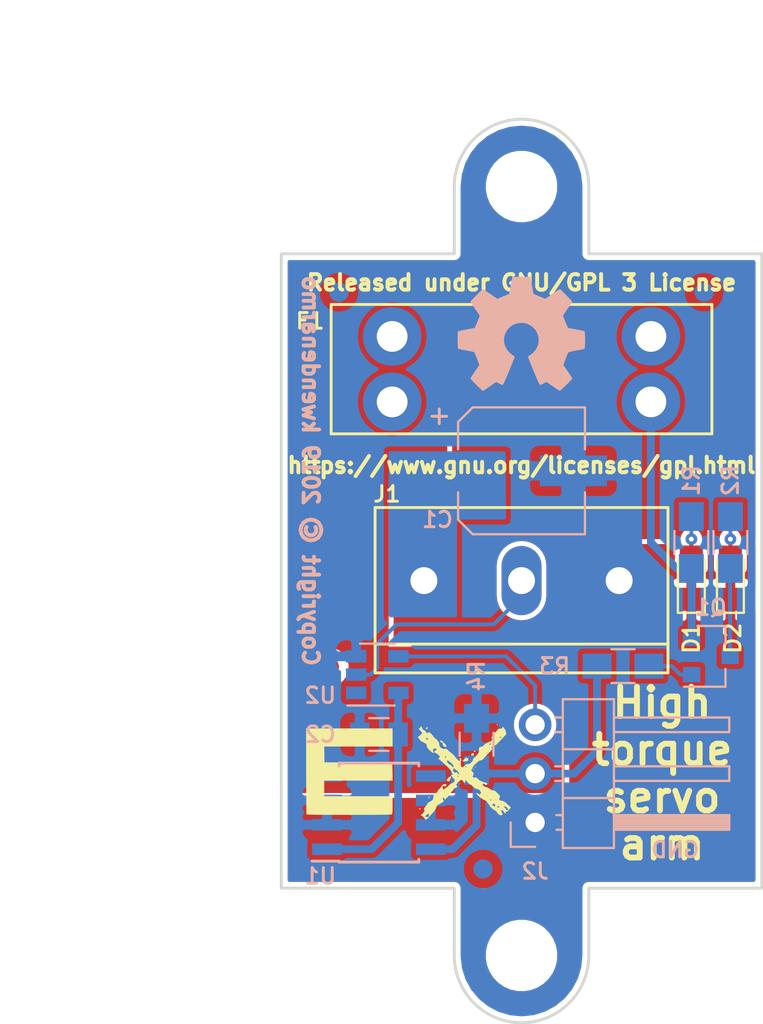
<source format=kicad_pcb>
(kicad_pcb (version 4) (host pcbnew 4.0.7-e2-6376~61~ubuntu18.04.1)

  (general
    (links 29)
    (no_connects 0)
    (area -14.849999 -5.7 33.539715 48.429)
    (thickness 1.6)
    (drawings 20)
    (tracks 41)
    (zones 0)
    (modules 23)
    (nets 13)
  )

  (page A4)
  (title_block
    (title "High Torque Servo Arm: Servo")
    (date 2019-12-05)
    (rev release-v0.1A)
    (company "EX arte electrónico y experimental")
    (comment 2 "Revised by: R. García")
    (comment 3 "Drawn by: R. García")
    (comment 4 "Designed by: R. García")
  )

  (layers
    (0 F.Cu signal)
    (31 B.Cu signal)
    (32 B.Adhes user)
    (33 F.Adhes user)
    (34 B.Paste user)
    (35 F.Paste user)
    (36 B.SilkS user)
    (37 F.SilkS user)
    (38 B.Mask user)
    (39 F.Mask user)
    (40 Dwgs.User user)
    (41 Cmts.User user)
    (42 Eco1.User user)
    (43 Eco2.User user)
    (44 Edge.Cuts user)
    (45 Margin user)
    (46 B.CrtYd user)
    (47 F.CrtYd user)
    (48 B.Fab user)
    (49 F.Fab user)
  )

  (setup
    (last_trace_width 0.2032)
    (trace_clearance 0.2032)
    (zone_clearance 0.254)
    (zone_45_only no)
    (trace_min 0.2032)
    (segment_width 0.2)
    (edge_width 0.15)
    (via_size 0.6096)
    (via_drill 0.254)
    (via_min_size 0.3048)
    (via_min_drill 0.254)
    (uvia_size 0.3048)
    (uvia_drill 0.1016)
    (uvias_allowed no)
    (uvia_min_size 0)
    (uvia_min_drill 0)
    (pcb_text_width 0.3)
    (pcb_text_size 1.5 1.5)
    (mod_edge_width 0.15)
    (mod_text_size 1 1)
    (mod_text_width 0.15)
    (pad_size 3.5 1.6)
    (pad_drill 0)
    (pad_to_mask_clearance 0.2)
    (aux_axis_origin 0 0)
    (visible_elements FFFFFF7F)
    (pcbplotparams
      (layerselection 0x010f0_80000001)
      (usegerberextensions false)
      (excludeedgelayer true)
      (linewidth 0.100000)
      (plotframeref false)
      (viasonmask false)
      (mode 1)
      (useauxorigin false)
      (hpglpennumber 1)
      (hpglpenspeed 20)
      (hpglpendiameter 15)
      (hpglpenoverlay 2)
      (psnegative false)
      (psa4output false)
      (plotreference true)
      (plotvalue true)
      (plotinvisibletext false)
      (padsonsilk false)
      (subtractmaskfromsilk false)
      (outputformat 1)
      (mirror false)
      (drillshape 0)
      (scaleselection 1)
      (outputdirectory out/))
  )

  (net 0 "")
  (net 1 "Net-(C1-Pad1)")
  (net 2 GND)
  (net 3 VCC)
  (net 4 "Net-(D1-Pad2)")
  (net 5 "Net-(D2-Pad2)")
  (net 6 "Net-(J1-Pad2)")
  (net 7 "Net-(F1-Pad1)")
  (net 8 "Net-(J2-Pad3)")
  (net 9 "Net-(Q1-Pad1)")
  (net 10 "Net-(Q1-Pad3)")
  (net 11 "Net-(U1-Pad4)")
  (net 12 "Net-(U1-Pad5)")

  (net_class Default "This is the default net class."
    (clearance 0.2032)
    (trace_width 0.2032)
    (via_dia 0.6096)
    (via_drill 0.254)
    (uvia_dia 0.3048)
    (uvia_drill 0.1016)
    (add_net "Net-(D1-Pad2)")
    (add_net "Net-(D2-Pad2)")
    (add_net "Net-(J1-Pad2)")
    (add_net "Net-(J2-Pad3)")
    (add_net "Net-(Q1-Pad1)")
    (add_net "Net-(Q1-Pad3)")
    (add_net "Net-(U1-Pad4)")
    (add_net "Net-(U1-Pad5)")
  )

  (net_class Power ""
    (clearance 0.254)
    (trace_width 0.4064)
    (via_dia 0.8128)
    (via_drill 0.4572)
    (uvia_dia 0.3048)
    (uvia_drill 0.1016)
    (add_net GND)
    (add_net "Net-(C1-Pad1)")
    (add_net "Net-(F1-Pad1)")
    (add_net VCC)
  )

  (module Fiducials:Fiducial_1mm_Dia_2mm_Outer (layer B.Cu) (tedit 5DE30010) (tstamp 5DE2FD7F)
    (at 10.5 39)
    (descr "Circular Fiducial, 1mm bare copper top; 2mm keepout (Level A)")
    (tags marker)
    (attr virtual)
    (fp_text reference REF** (at 0 2) (layer B.SilkS) hide
      (effects (font (size 1 1) (thickness 0.15)) (justify mirror))
    )
    (fp_text value Fiducial_1mm_Dia_2mm_Outer (at 0 -2) (layer B.Fab) hide
      (effects (font (size 1 1) (thickness 0.15)) (justify mirror))
    )
    (fp_circle (center 0 0) (end 1 0) (layer B.Fab) (width 0.1))
    (fp_text user %R (at 0 0) (layer B.Fab) hide
      (effects (font (size 0.4 0.4) (thickness 0.06)) (justify mirror))
    )
    (fp_circle (center 0 0) (end 1.25 0) (layer B.CrtYd) (width 0.05))
    (pad ~ smd circle (at 0 0) (size 1 1) (layers B.Cu B.Mask)
      (solder_mask_margin 0.5) (clearance 0.5))
  )

  (module Fiducials:Fiducial_1mm_Dia_2mm_Outer (layer B.Cu) (tedit 5DE30005) (tstamp 5DE2FD74)
    (at 22 9)
    (descr "Circular Fiducial, 1mm bare copper top; 2mm keepout (Level A)")
    (tags marker)
    (attr virtual)
    (fp_text reference REF** (at 0 2) (layer B.SilkS) hide
      (effects (font (size 1 1) (thickness 0.15)) (justify mirror))
    )
    (fp_text value Fiducial_1mm_Dia_2mm_Outer (at 0 -2) (layer B.Fab) hide
      (effects (font (size 1 1) (thickness 0.15)) (justify mirror))
    )
    (fp_circle (center 0 0) (end 1 0) (layer B.Fab) (width 0.1))
    (fp_text user %R (at 0 0) (layer B.Fab) hide
      (effects (font (size 0.4 0.4) (thickness 0.06)) (justify mirror))
    )
    (fp_circle (center 0 0) (end 1.25 0) (layer B.CrtYd) (width 0.05))
    (pad ~ smd circle (at 0 0) (size 1 1) (layers B.Cu B.Mask)
      (solder_mask_margin 0.5) (clearance 0.5))
  )

  (module Fiducials:Fiducial_1mm_Dia_2mm_Outer (layer B.Cu) (tedit 5DE3000A) (tstamp 5DE2FD62)
    (at 3 9)
    (descr "Circular Fiducial, 1mm bare copper top; 2mm keepout (Level A)")
    (tags marker)
    (attr virtual)
    (fp_text reference REF** (at 0 2) (layer B.SilkS) hide
      (effects (font (size 1 1) (thickness 0.15)) (justify mirror))
    )
    (fp_text value Fiducial_1mm_Dia_2mm_Outer (at 0 -2) (layer B.Fab) hide
      (effects (font (size 1 1) (thickness 0.15)) (justify mirror))
    )
    (fp_circle (center 0 0) (end 1 0) (layer B.Fab) (width 0.1))
    (fp_text user %R (at 0 0) (layer B.Fab) hide
      (effects (font (size 0.4 0.4) (thickness 0.06)) (justify mirror))
    )
    (fp_circle (center 0 0) (end 1.25 0) (layer B.CrtYd) (width 0.05))
    (pad ~ smd circle (at 0 0) (size 1 1) (layers B.Cu B.Mask)
      (solder_mask_margin 0.5) (clearance 0.5))
  )

  (module Fiducials:Fiducial_1mm_Dia_2mm_Outer (layer F.Cu) (tedit 5DE2FFE9) (tstamp 5DE2FD54)
    (at 2.5 28.5)
    (descr "Circular Fiducial, 1mm bare copper top; 2mm keepout (Level A)")
    (tags marker)
    (attr virtual)
    (fp_text reference REF** (at 0 -2) (layer F.SilkS) hide
      (effects (font (size 1 1) (thickness 0.15)))
    )
    (fp_text value Fiducial_1mm_Dia_2mm_Outer (at 0 2) (layer F.Fab) hide
      (effects (font (size 1 1) (thickness 0.15)))
    )
    (fp_circle (center 0 0) (end 1 0) (layer F.Fab) (width 0.1))
    (fp_text user %R (at 0 0) (layer F.Fab) hide
      (effects (font (size 0.4 0.4) (thickness 0.06)))
    )
    (fp_circle (center 0 0) (end 1.25 0) (layer F.CrtYd) (width 0.05))
    (pad ~ smd circle (at 0 0) (size 1 1) (layers F.Cu F.Mask)
      (solder_mask_margin 0.5) (clearance 0.5))
  )

  (module Mounting_Holes:MountingHole_3.2mm_M3_DIN965 (layer F.Cu) (tedit 5DE9615B) (tstamp 5DE2D565)
    (at 12.5 3.5)
    (descr "Mounting Hole 3.2mm, no annular, M3, DIN965")
    (tags "mounting hole 3.2mm no annular m3 din965")
    (attr virtual)
    (fp_text reference REF** (at 0 -3.8) (layer F.SilkS) hide
      (effects (font (size 1 1) (thickness 0.15)))
    )
    (fp_text value MountingHole_3.2mm_M3_DIN965 (at 0 3.8) (layer F.Fab) hide
      (effects (font (size 1 1) (thickness 0.15)))
    )
    (fp_text user %R (at 0.3 0) (layer F.Fab) hide
      (effects (font (size 1 1) (thickness 0.15)))
    )
    (fp_circle (center 0 0) (end 2.8 0) (layer Cmts.User) (width 0.15))
    (fp_circle (center 0 0) (end 3.05 0) (layer F.CrtYd) (width 0.05))
    (pad 1 np_thru_hole circle (at 0 0) (size 3.2 3.2) (drill 3.2) (layers *.Cu *.Mask))
  )

  (module Capacitors_SMD:CP_Elec_6.3x7.7 (layer B.Cu) (tedit 5DE305D9) (tstamp 5DE2B717)
    (at 12.5 18.288)
    (descr "SMT capacitor, aluminium electrolytic, 6.3x7.7")
    (path /5DDD7585)
    (attr smd)
    (fp_text reference C1 (at -4.372 2.54) (layer B.SilkS)
      (effects (font (size 0.8128 0.8128) (thickness 0.1524)) (justify mirror))
    )
    (fp_text value 100µF (at 0 1.016) (layer B.Fab)
      (effects (font (size 0.8128 0.8128) (thickness 0.1524)) (justify mirror))
    )
    (fp_circle (center 0 0) (end 0.5 -3) (layer B.Fab) (width 0.1))
    (fp_text user + (at -1.73 0.08) (layer B.Fab)
      (effects (font (size 1 1) (thickness 0.15)) (justify mirror))
    )
    (fp_text user + (at -4.28 -2.91) (layer B.SilkS)
      (effects (font (size 1 1) (thickness 0.15)) (justify mirror))
    )
    (fp_text user %R (at 0 -1.016) (layer B.Fab)
      (effects (font (size 0.508 0.508) (thickness 0.0762)) (justify mirror))
    )
    (fp_line (start 3.15 -3.15) (end 3.15 3.15) (layer B.Fab) (width 0.1))
    (fp_line (start -2.48 -3.15) (end 3.15 -3.15) (layer B.Fab) (width 0.1))
    (fp_line (start -3.15 -2.48) (end -2.48 -3.15) (layer B.Fab) (width 0.1))
    (fp_line (start -3.15 2.48) (end -3.15 -2.48) (layer B.Fab) (width 0.1))
    (fp_line (start -2.48 3.15) (end -3.15 2.48) (layer B.Fab) (width 0.1))
    (fp_line (start 3.15 3.15) (end -2.48 3.15) (layer B.Fab) (width 0.1))
    (fp_line (start -3.3 -2.54) (end -3.3 -1.12) (layer B.SilkS) (width 0.12))
    (fp_line (start 3.3 -3.3) (end 3.3 -1.12) (layer B.SilkS) (width 0.12))
    (fp_line (start 3.3 3.3) (end 3.3 1.12) (layer B.SilkS) (width 0.12))
    (fp_line (start -3.3 2.54) (end -3.3 1.12) (layer B.SilkS) (width 0.12))
    (fp_line (start 3.3 -3.3) (end -2.54 -3.3) (layer B.SilkS) (width 0.12))
    (fp_line (start -2.54 -3.3) (end -3.3 -2.54) (layer B.SilkS) (width 0.12))
    (fp_line (start -3.3 2.54) (end -2.54 3.3) (layer B.SilkS) (width 0.12))
    (fp_line (start -2.54 3.3) (end 3.3 3.3) (layer B.SilkS) (width 0.12))
    (fp_line (start -4.7 3.4) (end 4.7 3.4) (layer B.CrtYd) (width 0.05))
    (fp_line (start -4.7 3.4) (end -4.7 -3.4) (layer B.CrtYd) (width 0.05))
    (fp_line (start 4.7 -3.4) (end 4.7 3.4) (layer B.CrtYd) (width 0.05))
    (fp_line (start 4.7 -3.4) (end -4.7 -3.4) (layer B.CrtYd) (width 0.05))
    (pad 1 smd rect (at -2.7 0 180) (size 3.5 1.6) (layers B.Cu B.Paste B.Mask)
      (net 1 "Net-(C1-Pad1)"))
    (pad 2 smd rect (at 2.7 0 180) (size 3.5 1.6) (layers B.Cu B.Paste B.Mask)
      (net 2 GND) (thermal_width 1.27))
    (model Capacitors_SMD.3dshapes/CP_Elec_6.3x7.7.wrl
      (at (xyz 0 0 0))
      (scale (xyz 1 1 1))
      (rotate (xyz 0 0 180))
    )
  )

  (module Capacitors_SMD:C_0805 (layer B.Cu) (tedit 5DE302C2) (tstamp 5DE2B71D)
    (at 5.08 32.004 180)
    (descr "Capacitor SMD 0805, reflow soldering, AVX (see smccp.pdf)")
    (tags "capacitor 0805")
    (path /5DDD72B1)
    (attr smd)
    (fp_text reference C2 (at 3.048 0 180) (layer B.SilkS)
      (effects (font (size 0.8128 0.8128) (thickness 0.1524)) (justify mirror))
    )
    (fp_text value 100nF (at 3.048 0 180) (layer B.Fab)
      (effects (font (size 0.8128 0.8128) (thickness 0.1524)) (justify mirror))
    )
    (fp_text user %R (at 0 0 180) (layer B.Fab)
      (effects (font (size 0.508 0.508) (thickness 0.0762)) (justify mirror))
    )
    (fp_line (start -1 -0.62) (end -1 0.62) (layer B.Fab) (width 0.1))
    (fp_line (start 1 -0.62) (end -1 -0.62) (layer B.Fab) (width 0.1))
    (fp_line (start 1 0.62) (end 1 -0.62) (layer B.Fab) (width 0.1))
    (fp_line (start -1 0.62) (end 1 0.62) (layer B.Fab) (width 0.1))
    (fp_line (start 0.5 0.85) (end -0.5 0.85) (layer B.SilkS) (width 0.12))
    (fp_line (start -0.5 -0.85) (end 0.5 -0.85) (layer B.SilkS) (width 0.12))
    (fp_line (start -1.75 0.88) (end 1.75 0.88) (layer B.CrtYd) (width 0.05))
    (fp_line (start -1.75 0.88) (end -1.75 -0.87) (layer B.CrtYd) (width 0.05))
    (fp_line (start 1.75 -0.87) (end 1.75 0.88) (layer B.CrtYd) (width 0.05))
    (fp_line (start 1.75 -0.87) (end -1.75 -0.87) (layer B.CrtYd) (width 0.05))
    (pad 1 smd rect (at -1 0 180) (size 1 1.25) (layers B.Cu B.Paste B.Mask)
      (net 3 VCC))
    (pad 2 smd rect (at 1 0 180) (size 1 1.25) (layers B.Cu B.Paste B.Mask)
      (net 2 GND))
    (model Capacitors_SMD.3dshapes/C_0805.wrl
      (at (xyz 0 0 0))
      (scale (xyz 1 1 1))
      (rotate (xyz 0 0 0))
    )
  )

  (module LEDs:LED_0805 (layer F.Cu) (tedit 5DE2FF1F) (tstamp 5DE2B723)
    (at 21.336 23.876 90)
    (descr "LED 0805 smd package")
    (tags "LED led 0805 SMD smd SMT smt smdled SMDLED smtled SMTLED")
    (path /5DDD94B6)
    (attr smd)
    (fp_text reference D1 (at -3.124 0 90) (layer F.SilkS)
      (effects (font (size 0.8128 0.8128) (thickness 0.1524)))
    )
    (fp_text value GREEN (at -3.124 0 90) (layer F.Fab)
      (effects (font (size 0.8128 0.8128) (thickness 0.1524)))
    )
    (fp_line (start -1.8 -0.7) (end -1.8 0.7) (layer F.SilkS) (width 0.12))
    (fp_line (start -0.4 -0.4) (end -0.4 0.4) (layer F.Fab) (width 0.1))
    (fp_line (start -0.4 0) (end 0.2 -0.4) (layer F.Fab) (width 0.1))
    (fp_line (start 0.2 0.4) (end -0.4 0) (layer F.Fab) (width 0.1))
    (fp_line (start 0.2 -0.4) (end 0.2 0.4) (layer F.Fab) (width 0.1))
    (fp_line (start 1 0.6) (end -1 0.6) (layer F.Fab) (width 0.1))
    (fp_line (start 1 -0.6) (end 1 0.6) (layer F.Fab) (width 0.1))
    (fp_line (start -1 -0.6) (end 1 -0.6) (layer F.Fab) (width 0.1))
    (fp_line (start -1 0.6) (end -1 -0.6) (layer F.Fab) (width 0.1))
    (fp_line (start -1.8 0.7) (end 1 0.7) (layer F.SilkS) (width 0.12))
    (fp_line (start -1.8 -0.7) (end 1 -0.7) (layer F.SilkS) (width 0.12))
    (fp_line (start 1.95 -0.85) (end 1.95 0.85) (layer F.CrtYd) (width 0.05))
    (fp_line (start 1.95 0.85) (end -1.95 0.85) (layer F.CrtYd) (width 0.05))
    (fp_line (start -1.95 0.85) (end -1.95 -0.85) (layer F.CrtYd) (width 0.05))
    (fp_line (start -1.95 -0.85) (end 1.95 -0.85) (layer F.CrtYd) (width 0.05))
    (fp_text user %R (at 1.876 0 90) (layer F.Fab)
      (effects (font (size 0.508 0.508) (thickness 0.0762)))
    )
    (pad 2 smd rect (at 1.1 0 270) (size 1.2 1.2) (layers F.Cu F.Paste F.Mask)
      (net 4 "Net-(D1-Pad2)"))
    (pad 1 smd rect (at -1.1 0 270) (size 1.2 1.2) (layers F.Cu F.Paste F.Mask)
      (net 2 GND))
    (model ${KISYS3DMOD}/LEDs.3dshapes/LED_0805.wrl
      (at (xyz 0 0 0))
      (scale (xyz 1 1 1))
      (rotate (xyz 0 0 180))
    )
  )

  (module LEDs:LED_0805 (layer F.Cu) (tedit 5DE2FF2A) (tstamp 5DE2B729)
    (at 23.368 23.876 90)
    (descr "LED 0805 smd package")
    (tags "LED led 0805 SMD smd SMT smt smdled SMDLED smtled SMTLED")
    (path /5DDD720F)
    (attr smd)
    (fp_text reference D2 (at -3.124 0.132 90) (layer F.SilkS)
      (effects (font (size 0.8128 0.8128) (thickness 0.1524)))
    )
    (fp_text value RED (at -3.124 0.132 90) (layer F.Fab)
      (effects (font (size 0.8128 0.8128) (thickness 0.1524)))
    )
    (fp_line (start -1.8 -0.7) (end -1.8 0.7) (layer F.SilkS) (width 0.12))
    (fp_line (start -0.4 -0.4) (end -0.4 0.4) (layer F.Fab) (width 0.1))
    (fp_line (start -0.4 0) (end 0.2 -0.4) (layer F.Fab) (width 0.1))
    (fp_line (start 0.2 0.4) (end -0.4 0) (layer F.Fab) (width 0.1))
    (fp_line (start 0.2 -0.4) (end 0.2 0.4) (layer F.Fab) (width 0.1))
    (fp_line (start 1 0.6) (end -1 0.6) (layer F.Fab) (width 0.1))
    (fp_line (start 1 -0.6) (end 1 0.6) (layer F.Fab) (width 0.1))
    (fp_line (start -1 -0.6) (end 1 -0.6) (layer F.Fab) (width 0.1))
    (fp_line (start -1 0.6) (end -1 -0.6) (layer F.Fab) (width 0.1))
    (fp_line (start -1.8 0.7) (end 1 0.7) (layer F.SilkS) (width 0.12))
    (fp_line (start -1.8 -0.7) (end 1 -0.7) (layer F.SilkS) (width 0.12))
    (fp_line (start 1.95 -0.85) (end 1.95 0.85) (layer F.CrtYd) (width 0.05))
    (fp_line (start 1.95 0.85) (end -1.95 0.85) (layer F.CrtYd) (width 0.05))
    (fp_line (start -1.95 0.85) (end -1.95 -0.85) (layer F.CrtYd) (width 0.05))
    (fp_line (start -1.95 -0.85) (end 1.95 -0.85) (layer F.CrtYd) (width 0.05))
    (fp_text user %R (at 1.876 0 90) (layer F.Fab)
      (effects (font (size 0.508 0.508) (thickness 0.0762)))
    )
    (pad 2 smd rect (at 1.1 0 270) (size 1.2 1.2) (layers F.Cu F.Paste F.Mask)
      (net 5 "Net-(D2-Pad2)"))
    (pad 1 smd rect (at -1.1 0 270) (size 1.2 1.2) (layers F.Cu F.Paste F.Mask)
      (net 2 GND))
    (model ${KISYS3DMOD}/LEDs.3dshapes/LED_0805.wrl
      (at (xyz 0 0 0))
      (scale (xyz 1 1 1))
      (rotate (xyz 0 0 180))
    )
  )

  (module Pin_Headers:Pin_Header_Angled_1x03_Pitch2.54mm (layer B.Cu) (tedit 5DE3032F) (tstamp 5DE2B737)
    (at 13.208 36.58)
    (descr "Through hole angled pin header, 1x03, 2.54mm pitch, 6mm pin length, single row")
    (tags "Through hole angled pin header THT 1x03 2.54mm single row")
    (path /5DDD70FB)
    (fp_text reference J2 (at 0 2.536) (layer B.SilkS)
      (effects (font (size 0.8128 0.8128) (thickness 0.1524)) (justify mirror))
    )
    (fp_text value SERVO (at 7.112 -1.02) (layer B.Fab)
      (effects (font (size 0.8128 0.8128) (thickness 0.1524)) (justify mirror))
    )
    (fp_line (start 2.135 1.27) (end 4.04 1.27) (layer B.Fab) (width 0.1))
    (fp_line (start 4.04 1.27) (end 4.04 -6.35) (layer B.Fab) (width 0.1))
    (fp_line (start 4.04 -6.35) (end 1.5 -6.35) (layer B.Fab) (width 0.1))
    (fp_line (start 1.5 -6.35) (end 1.5 0.635) (layer B.Fab) (width 0.1))
    (fp_line (start 1.5 0.635) (end 2.135 1.27) (layer B.Fab) (width 0.1))
    (fp_line (start -0.32 0.32) (end 1.5 0.32) (layer B.Fab) (width 0.1))
    (fp_line (start -0.32 0.32) (end -0.32 -0.32) (layer B.Fab) (width 0.1))
    (fp_line (start -0.32 -0.32) (end 1.5 -0.32) (layer B.Fab) (width 0.1))
    (fp_line (start 4.04 0.32) (end 10.04 0.32) (layer B.Fab) (width 0.1))
    (fp_line (start 10.04 0.32) (end 10.04 -0.32) (layer B.Fab) (width 0.1))
    (fp_line (start 4.04 -0.32) (end 10.04 -0.32) (layer B.Fab) (width 0.1))
    (fp_line (start -0.32 -2.22) (end 1.5 -2.22) (layer B.Fab) (width 0.1))
    (fp_line (start -0.32 -2.22) (end -0.32 -2.86) (layer B.Fab) (width 0.1))
    (fp_line (start -0.32 -2.86) (end 1.5 -2.86) (layer B.Fab) (width 0.1))
    (fp_line (start 4.04 -2.22) (end 10.04 -2.22) (layer B.Fab) (width 0.1))
    (fp_line (start 10.04 -2.22) (end 10.04 -2.86) (layer B.Fab) (width 0.1))
    (fp_line (start 4.04 -2.86) (end 10.04 -2.86) (layer B.Fab) (width 0.1))
    (fp_line (start -0.32 -4.76) (end 1.5 -4.76) (layer B.Fab) (width 0.1))
    (fp_line (start -0.32 -4.76) (end -0.32 -5.4) (layer B.Fab) (width 0.1))
    (fp_line (start -0.32 -5.4) (end 1.5 -5.4) (layer B.Fab) (width 0.1))
    (fp_line (start 4.04 -4.76) (end 10.04 -4.76) (layer B.Fab) (width 0.1))
    (fp_line (start 10.04 -4.76) (end 10.04 -5.4) (layer B.Fab) (width 0.1))
    (fp_line (start 4.04 -5.4) (end 10.04 -5.4) (layer B.Fab) (width 0.1))
    (fp_line (start 1.44 1.33) (end 1.44 -6.41) (layer B.SilkS) (width 0.12))
    (fp_line (start 1.44 -6.41) (end 4.1 -6.41) (layer B.SilkS) (width 0.12))
    (fp_line (start 4.1 -6.41) (end 4.1 1.33) (layer B.SilkS) (width 0.12))
    (fp_line (start 4.1 1.33) (end 1.44 1.33) (layer B.SilkS) (width 0.12))
    (fp_line (start 4.1 0.38) (end 10.1 0.38) (layer B.SilkS) (width 0.12))
    (fp_line (start 10.1 0.38) (end 10.1 -0.38) (layer B.SilkS) (width 0.12))
    (fp_line (start 10.1 -0.38) (end 4.1 -0.38) (layer B.SilkS) (width 0.12))
    (fp_line (start 4.1 0.32) (end 10.1 0.32) (layer B.SilkS) (width 0.12))
    (fp_line (start 4.1 0.2) (end 10.1 0.2) (layer B.SilkS) (width 0.12))
    (fp_line (start 4.1 0.08) (end 10.1 0.08) (layer B.SilkS) (width 0.12))
    (fp_line (start 4.1 -0.04) (end 10.1 -0.04) (layer B.SilkS) (width 0.12))
    (fp_line (start 4.1 -0.16) (end 10.1 -0.16) (layer B.SilkS) (width 0.12))
    (fp_line (start 4.1 -0.28) (end 10.1 -0.28) (layer B.SilkS) (width 0.12))
    (fp_line (start 1.11 0.38) (end 1.44 0.38) (layer B.SilkS) (width 0.12))
    (fp_line (start 1.11 -0.38) (end 1.44 -0.38) (layer B.SilkS) (width 0.12))
    (fp_line (start 1.44 -1.27) (end 4.1 -1.27) (layer B.SilkS) (width 0.12))
    (fp_line (start 4.1 -2.16) (end 10.1 -2.16) (layer B.SilkS) (width 0.12))
    (fp_line (start 10.1 -2.16) (end 10.1 -2.92) (layer B.SilkS) (width 0.12))
    (fp_line (start 10.1 -2.92) (end 4.1 -2.92) (layer B.SilkS) (width 0.12))
    (fp_line (start 1.042929 -2.16) (end 1.44 -2.16) (layer B.SilkS) (width 0.12))
    (fp_line (start 1.042929 -2.92) (end 1.44 -2.92) (layer B.SilkS) (width 0.12))
    (fp_line (start 1.44 -3.81) (end 4.1 -3.81) (layer B.SilkS) (width 0.12))
    (fp_line (start 4.1 -4.7) (end 10.1 -4.7) (layer B.SilkS) (width 0.12))
    (fp_line (start 10.1 -4.7) (end 10.1 -5.46) (layer B.SilkS) (width 0.12))
    (fp_line (start 10.1 -5.46) (end 4.1 -5.46) (layer B.SilkS) (width 0.12))
    (fp_line (start 1.042929 -4.7) (end 1.44 -4.7) (layer B.SilkS) (width 0.12))
    (fp_line (start 1.042929 -5.46) (end 1.44 -5.46) (layer B.SilkS) (width 0.12))
    (fp_line (start -1.27 0) (end -1.27 1.27) (layer B.SilkS) (width 0.12))
    (fp_line (start -1.27 1.27) (end 0 1.27) (layer B.SilkS) (width 0.12))
    (fp_line (start -1.8 1.8) (end -1.8 -6.85) (layer B.CrtYd) (width 0.05))
    (fp_line (start -1.8 -6.85) (end 10.55 -6.85) (layer B.CrtYd) (width 0.05))
    (fp_line (start 10.55 -6.85) (end 10.55 1.8) (layer B.CrtYd) (width 0.05))
    (fp_line (start 10.55 1.8) (end -1.8 1.8) (layer B.CrtYd) (width 0.05))
    (fp_text user %R (at 7.112 -3.56) (layer B.Fab)
      (effects (font (size 0.508 0.508) (thickness 0.0762)) (justify mirror))
    )
    (pad 1 thru_hole rect (at 0 0) (size 1.7 1.7) (drill 1) (layers *.Cu *.Mask)
      (net 2 GND) (zone_connect 2))
    (pad 2 thru_hole oval (at 0 -2.54) (size 1.7 1.7) (drill 1) (layers *.Cu *.Mask)
      (net 7 "Net-(F1-Pad1)"))
    (pad 3 thru_hole oval (at 0 -5.08) (size 1.7 1.7) (drill 1) (layers *.Cu *.Mask)
      (net 8 "Net-(J2-Pad3)"))
    (model ${KISYS3DMOD}/Pin_Headers.3dshapes/Pin_Header_Angled_1x03_Pitch2.54mm.wrl
      (at (xyz 0 0 0))
      (scale (xyz 1 1 1))
      (rotate (xyz 0 0 0))
    )
  )

  (module TO_SOT_Packages_SMD:SOT-23 (layer B.Cu) (tedit 5DE3035E) (tstamp 5DE2B73E)
    (at 22.352 27.94)
    (descr "SOT-23, Standard")
    (tags SOT-23)
    (path /5DDD7656)
    (attr smd)
    (fp_text reference Q1 (at 0 -2.54) (layer B.SilkS)
      (effects (font (size 0.8128 0.8128) (thickness 0.1524)) (justify mirror))
    )
    (fp_text value BC857 (at 0 -2.5) (layer B.Fab)
      (effects (font (size 0.8128 0.8128) (thickness 0.1524)) (justify mirror))
    )
    (fp_text user %R (at 0 -0.508) (layer B.Fab)
      (effects (font (size 0.508 0.508) (thickness 0.0762)) (justify mirror))
    )
    (fp_line (start -0.7 0.95) (end -0.7 -1.5) (layer B.Fab) (width 0.1))
    (fp_line (start -0.15 1.52) (end 0.7 1.52) (layer B.Fab) (width 0.1))
    (fp_line (start -0.7 0.95) (end -0.15 1.52) (layer B.Fab) (width 0.1))
    (fp_line (start 0.7 1.52) (end 0.7 -1.52) (layer B.Fab) (width 0.1))
    (fp_line (start -0.7 -1.52) (end 0.7 -1.52) (layer B.Fab) (width 0.1))
    (fp_line (start 0.76 -1.58) (end 0.76 -0.65) (layer B.SilkS) (width 0.12))
    (fp_line (start 0.76 1.58) (end 0.76 0.65) (layer B.SilkS) (width 0.12))
    (fp_line (start -1.7 1.75) (end 1.7 1.75) (layer B.CrtYd) (width 0.05))
    (fp_line (start 1.7 1.75) (end 1.7 -1.75) (layer B.CrtYd) (width 0.05))
    (fp_line (start 1.7 -1.75) (end -1.7 -1.75) (layer B.CrtYd) (width 0.05))
    (fp_line (start -1.7 -1.75) (end -1.7 1.75) (layer B.CrtYd) (width 0.05))
    (fp_line (start 0.76 1.58) (end -1.4 1.58) (layer B.SilkS) (width 0.12))
    (fp_line (start 0.76 -1.58) (end -0.7 -1.58) (layer B.SilkS) (width 0.12))
    (pad 1 smd rect (at -1 0.95) (size 0.9 0.8) (layers B.Cu B.Paste B.Mask)
      (net 9 "Net-(Q1-Pad1)"))
    (pad 2 smd rect (at -1 -0.95) (size 0.9 0.8) (layers B.Cu B.Paste B.Mask)
      (net 1 "Net-(C1-Pad1)"))
    (pad 3 smd rect (at 1 0) (size 0.9 0.8) (layers B.Cu B.Paste B.Mask)
      (net 10 "Net-(Q1-Pad3)"))
    (model ${KISYS3DMOD}/TO_SOT_Packages_SMD.3dshapes/SOT-23.wrl
      (at (xyz 0 0 0))
      (scale (xyz 1 1 1))
      (rotate (xyz 0 0 0))
    )
  )

  (module Housings_SOIC:SOIC-8_3.9x4.9mm_Pitch1.27mm (layer B.Cu) (tedit 5DE302A6) (tstamp 5DE2B762)
    (at 5.08 36.068)
    (descr "8-Lead Plastic Small Outline (SN) - Narrow, 3.90 mm Body [SOIC] (see Microchip Packaging Specification 00000049BS.pdf)")
    (tags "SOIC 1.27")
    (path /5DDD71D8)
    (attr smd)
    (fp_text reference U1 (at -3.048 3.302) (layer B.SilkS)
      (effects (font (size 0.8128 0.8128) (thickness 0.1524)) (justify mirror))
    )
    (fp_text value L78L05 (at 0 0.508) (layer B.Fab)
      (effects (font (size 0.8128 0.8128) (thickness 0.1524)) (justify mirror))
    )
    (fp_text user %R (at 0 -0.508) (layer B.Fab)
      (effects (font (size 0.508 0.508) (thickness 0.0762)) (justify mirror))
    )
    (fp_line (start -0.95 2.45) (end 1.95 2.45) (layer B.Fab) (width 0.1))
    (fp_line (start 1.95 2.45) (end 1.95 -2.45) (layer B.Fab) (width 0.1))
    (fp_line (start 1.95 -2.45) (end -1.95 -2.45) (layer B.Fab) (width 0.1))
    (fp_line (start -1.95 -2.45) (end -1.95 1.45) (layer B.Fab) (width 0.1))
    (fp_line (start -1.95 1.45) (end -0.95 2.45) (layer B.Fab) (width 0.1))
    (fp_line (start -3.73 2.7) (end -3.73 -2.7) (layer B.CrtYd) (width 0.05))
    (fp_line (start 3.73 2.7) (end 3.73 -2.7) (layer B.CrtYd) (width 0.05))
    (fp_line (start -3.73 2.7) (end 3.73 2.7) (layer B.CrtYd) (width 0.05))
    (fp_line (start -3.73 -2.7) (end 3.73 -2.7) (layer B.CrtYd) (width 0.05))
    (fp_line (start -2.075 2.575) (end -2.075 2.525) (layer B.SilkS) (width 0.15))
    (fp_line (start 2.075 2.575) (end 2.075 2.43) (layer B.SilkS) (width 0.15))
    (fp_line (start 2.075 -2.575) (end 2.075 -2.43) (layer B.SilkS) (width 0.15))
    (fp_line (start -2.075 -2.575) (end -2.075 -2.43) (layer B.SilkS) (width 0.15))
    (fp_line (start -2.075 2.575) (end 2.075 2.575) (layer B.SilkS) (width 0.15))
    (fp_line (start -2.075 -2.575) (end 2.075 -2.575) (layer B.SilkS) (width 0.15))
    (fp_line (start -2.075 2.525) (end -3.475 2.525) (layer B.SilkS) (width 0.15))
    (pad 1 smd rect (at -2.7 1.905) (size 1.55 0.6) (layers B.Cu B.Paste B.Mask)
      (net 3 VCC))
    (pad 2 smd rect (at -2.7 0.635) (size 1.55 0.6) (layers B.Cu B.Paste B.Mask)
      (net 2 GND))
    (pad 3 smd rect (at -2.7 -0.635) (size 1.55 0.6) (layers B.Cu B.Paste B.Mask)
      (net 2 GND))
    (pad 4 smd rect (at -2.7 -1.905) (size 1.55 0.6) (layers B.Cu B.Paste B.Mask)
      (net 11 "Net-(U1-Pad4)"))
    (pad 5 smd rect (at 2.7 -1.905) (size 1.55 0.6) (layers B.Cu B.Paste B.Mask)
      (net 12 "Net-(U1-Pad5)"))
    (pad 6 smd rect (at 2.7 -0.635) (size 1.55 0.6) (layers B.Cu B.Paste B.Mask)
      (net 2 GND))
    (pad 7 smd rect (at 2.7 0.635) (size 1.55 0.6) (layers B.Cu B.Paste B.Mask)
      (net 2 GND))
    (pad 8 smd rect (at 2.7 1.905) (size 1.55 0.6) (layers B.Cu B.Paste B.Mask)
      (net 7 "Net-(F1-Pad1)"))
    (model ${KISYS3DMOD}/Housings_SOIC.3dshapes/SOIC-8_3.9x4.9mm_Pitch1.27mm.wrl
      (at (xyz 0 0 0))
      (scale (xyz 1 1 1))
      (rotate (xyz 0 0 0))
    )
  )

  (module TO_SOT_Packages_SMD:SOT-23-5 (layer B.Cu) (tedit 5DE302E3) (tstamp 5DE2B76B)
    (at 4.996 28.89)
    (descr "5-pin SOT23 package")
    (tags SOT-23-5)
    (path /5DDD74F4)
    (attr smd)
    (fp_text reference U2 (at -2.964 1.082) (layer B.SilkS)
      (effects (font (size 0.8128 0.8128) (thickness 0.1524)) (justify mirror))
    )
    (fp_text value 74LVC1G17 (at 0 0.574) (layer B.Fab)
      (effects (font (size 0.8128 0.8128) (thickness 0.1524)) (justify mirror))
    )
    (fp_text user %R (at 0 -0.442 180) (layer B.Fab)
      (effects (font (size 0.508 0.508) (thickness 0.0762)) (justify mirror))
    )
    (fp_line (start -0.9 -1.61) (end 0.9 -1.61) (layer B.SilkS) (width 0.12))
    (fp_line (start 0.9 1.61) (end -1.55 1.61) (layer B.SilkS) (width 0.12))
    (fp_line (start -1.9 1.8) (end 1.9 1.8) (layer B.CrtYd) (width 0.05))
    (fp_line (start 1.9 1.8) (end 1.9 -1.8) (layer B.CrtYd) (width 0.05))
    (fp_line (start 1.9 -1.8) (end -1.9 -1.8) (layer B.CrtYd) (width 0.05))
    (fp_line (start -1.9 -1.8) (end -1.9 1.8) (layer B.CrtYd) (width 0.05))
    (fp_line (start -0.9 0.9) (end -0.25 1.55) (layer B.Fab) (width 0.1))
    (fp_line (start 0.9 1.55) (end -0.25 1.55) (layer B.Fab) (width 0.1))
    (fp_line (start -0.9 0.9) (end -0.9 -1.55) (layer B.Fab) (width 0.1))
    (fp_line (start 0.9 -1.55) (end -0.9 -1.55) (layer B.Fab) (width 0.1))
    (fp_line (start 0.9 1.55) (end 0.9 -1.55) (layer B.Fab) (width 0.1))
    (pad 1 smd rect (at -1.1 0.95) (size 1.06 0.65) (layers B.Cu B.Paste B.Mask))
    (pad 2 smd rect (at -1.1 0) (size 1.06 0.65) (layers B.Cu B.Paste B.Mask)
      (net 6 "Net-(J1-Pad2)"))
    (pad 3 smd rect (at -1.1 -0.95) (size 1.06 0.65) (layers B.Cu B.Paste B.Mask)
      (net 2 GND))
    (pad 4 smd rect (at 1.1 -0.95) (size 1.06 0.65) (layers B.Cu B.Paste B.Mask)
      (net 8 "Net-(J2-Pad3)"))
    (pad 5 smd rect (at 1.1 0.95) (size 1.06 0.65) (layers B.Cu B.Paste B.Mask)
      (net 3 VCC))
    (model ${KISYS3DMOD}/TO_SOT_Packages_SMD.3dshapes/SOT-23-5.wrl
      (at (xyz 0 0 0))
      (scale (xyz 1 1 1))
      (rotate (xyz 0 0 0))
    )
  )

  (module Fiducials:Fiducial_1mm_Dia_2mm_Outer (layer F.Cu) (tedit 5DE2FFEF) (tstamp 5DE2BA76)
    (at 2.5 20.5)
    (descr "Circular Fiducial, 1mm bare copper top; 2mm keepout (Level A)")
    (tags marker)
    (attr virtual)
    (fp_text reference REF** (at 0 -2) (layer F.SilkS) hide
      (effects (font (size 1 1) (thickness 0.15)))
    )
    (fp_text value Fiducial_1mm_Dia_2mm_Outer (at 0 2) (layer F.Fab) hide
      (effects (font (size 1 1) (thickness 0.15)))
    )
    (fp_circle (center 0 0) (end 1 0) (layer F.Fab) (width 0.1))
    (fp_text user %R (at 0 0) (layer F.Fab) hide
      (effects (font (size 0.4 0.4) (thickness 0.06)))
    )
    (fp_circle (center 0 0) (end 1.25 0) (layer F.CrtYd) (width 0.05))
    (pad ~ smd circle (at 0 0) (size 1 1) (layers F.Cu F.Mask)
      (solder_mask_margin 0.5) (clearance 0.5))
  )

  (module Symbols:OSHW-Symbol_6.7x6mm_SilkScreen (layer B.Cu) (tedit 0) (tstamp 5DE2BA8E)
    (at 12.5 11.176 180)
    (descr "Open Source Hardware Symbol")
    (tags "Logo Symbol OSHW")
    (attr virtual)
    (fp_text reference REF*** (at 0 0 180) (layer B.SilkS) hide
      (effects (font (size 1 1) (thickness 0.15)) (justify mirror))
    )
    (fp_text value OSHW-Symbol_6.7x6mm_SilkScreen (at 0.75 0 180) (layer B.Fab) hide
      (effects (font (size 1 1) (thickness 0.15)) (justify mirror))
    )
    (fp_poly (pts (xy 0.555814 2.531069) (xy 0.639635 2.086445) (xy 0.94892 1.958947) (xy 1.258206 1.831449)
      (xy 1.629246 2.083754) (xy 1.733157 2.154004) (xy 1.827087 2.216728) (xy 1.906652 2.269062)
      (xy 1.96747 2.308143) (xy 2.005157 2.331107) (xy 2.015421 2.336058) (xy 2.03391 2.323324)
      (xy 2.07342 2.288118) (xy 2.129522 2.234938) (xy 2.197787 2.168282) (xy 2.273786 2.092646)
      (xy 2.353092 2.012528) (xy 2.431275 1.932426) (xy 2.503907 1.856836) (xy 2.566559 1.790255)
      (xy 2.614803 1.737182) (xy 2.64421 1.702113) (xy 2.651241 1.690377) (xy 2.641123 1.66874)
      (xy 2.612759 1.621338) (xy 2.569129 1.552807) (xy 2.513218 1.467785) (xy 2.448006 1.370907)
      (xy 2.410219 1.31565) (xy 2.341343 1.214752) (xy 2.28014 1.123701) (xy 2.229578 1.04703)
      (xy 2.192628 0.989272) (xy 2.172258 0.954957) (xy 2.169197 0.947746) (xy 2.176136 0.927252)
      (xy 2.195051 0.879487) (xy 2.223087 0.811168) (xy 2.257391 0.729011) (xy 2.295109 0.63973)
      (xy 2.333387 0.550042) (xy 2.36937 0.466662) (xy 2.400206 0.396306) (xy 2.423039 0.34569)
      (xy 2.435017 0.321529) (xy 2.435724 0.320578) (xy 2.454531 0.315964) (xy 2.504618 0.305672)
      (xy 2.580793 0.290713) (xy 2.677865 0.272099) (xy 2.790643 0.250841) (xy 2.856442 0.238582)
      (xy 2.97695 0.215638) (xy 3.085797 0.193805) (xy 3.177476 0.174278) (xy 3.246481 0.158252)
      (xy 3.287304 0.146921) (xy 3.295511 0.143326) (xy 3.303548 0.118994) (xy 3.310033 0.064041)
      (xy 3.31497 -0.015108) (xy 3.318364 -0.112026) (xy 3.320218 -0.220287) (xy 3.320538 -0.333465)
      (xy 3.319327 -0.445135) (xy 3.31659 -0.548868) (xy 3.312331 -0.638241) (xy 3.306555 -0.706826)
      (xy 3.299267 -0.748197) (xy 3.294895 -0.75681) (xy 3.268764 -0.767133) (xy 3.213393 -0.781892)
      (xy 3.136107 -0.799352) (xy 3.04423 -0.81778) (xy 3.012158 -0.823741) (xy 2.857524 -0.852066)
      (xy 2.735375 -0.874876) (xy 2.641673 -0.89308) (xy 2.572384 -0.907583) (xy 2.523471 -0.919292)
      (xy 2.490897 -0.929115) (xy 2.470628 -0.937956) (xy 2.458626 -0.946724) (xy 2.456947 -0.948457)
      (xy 2.440184 -0.976371) (xy 2.414614 -1.030695) (xy 2.382788 -1.104777) (xy 2.34726 -1.191965)
      (xy 2.310583 -1.285608) (xy 2.275311 -1.379052) (xy 2.243996 -1.465647) (xy 2.219193 -1.53874)
      (xy 2.203454 -1.591678) (xy 2.199332 -1.617811) (xy 2.199676 -1.618726) (xy 2.213641 -1.640086)
      (xy 2.245322 -1.687084) (xy 2.291391 -1.754827) (xy 2.348518 -1.838423) (xy 2.413373 -1.932982)
      (xy 2.431843 -1.959854) (xy 2.497699 -2.057275) (xy 2.55565 -2.146163) (xy 2.602538 -2.221412)
      (xy 2.635207 -2.27792) (xy 2.6505 -2.310581) (xy 2.651241 -2.314593) (xy 2.638392 -2.335684)
      (xy 2.602888 -2.377464) (xy 2.549293 -2.435445) (xy 2.482171 -2.505135) (xy 2.406087 -2.582045)
      (xy 2.325604 -2.661683) (xy 2.245287 -2.739561) (xy 2.169699 -2.811186) (xy 2.103405 -2.87207)
      (xy 2.050969 -2.917721) (xy 2.016955 -2.94365) (xy 2.007545 -2.947883) (xy 1.985643 -2.937912)
      (xy 1.9408 -2.91102) (xy 1.880321 -2.871736) (xy 1.833789 -2.840117) (xy 1.749475 -2.782098)
      (xy 1.649626 -2.713784) (xy 1.549473 -2.645579) (xy 1.495627 -2.609075) (xy 1.313371 -2.4858)
      (xy 1.160381 -2.56852) (xy 1.090682 -2.604759) (xy 1.031414 -2.632926) (xy 0.991311 -2.648991)
      (xy 0.981103 -2.651226) (xy 0.968829 -2.634722) (xy 0.944613 -2.588082) (xy 0.910263 -2.515609)
      (xy 0.867588 -2.421606) (xy 0.818394 -2.310374) (xy 0.76449 -2.186215) (xy 0.707684 -2.053432)
      (xy 0.649782 -1.916327) (xy 0.592593 -1.779202) (xy 0.537924 -1.646358) (xy 0.487584 -1.522098)
      (xy 0.44338 -1.410725) (xy 0.407119 -1.316539) (xy 0.380609 -1.243844) (xy 0.365658 -1.196941)
      (xy 0.363254 -1.180833) (xy 0.382311 -1.160286) (xy 0.424036 -1.126933) (xy 0.479706 -1.087702)
      (xy 0.484378 -1.084599) (xy 0.628264 -0.969423) (xy 0.744283 -0.835053) (xy 0.83143 -0.685784)
      (xy 0.888699 -0.525913) (xy 0.915086 -0.359737) (xy 0.909585 -0.191552) (xy 0.87119 -0.025655)
      (xy 0.798895 0.133658) (xy 0.777626 0.168513) (xy 0.666996 0.309263) (xy 0.536302 0.422286)
      (xy 0.390064 0.506997) (xy 0.232808 0.562806) (xy 0.069057 0.589126) (xy -0.096667 0.58537)
      (xy -0.259838 0.55095) (xy -0.415935 0.485277) (xy -0.560433 0.387765) (xy -0.605131 0.348187)
      (xy -0.718888 0.224297) (xy -0.801782 0.093876) (xy -0.858644 -0.052315) (xy -0.890313 -0.197088)
      (xy -0.898131 -0.35986) (xy -0.872062 -0.52344) (xy -0.814755 -0.682298) (xy -0.728856 -0.830906)
      (xy -0.617014 -0.963735) (xy -0.481877 -1.075256) (xy -0.464117 -1.087011) (xy -0.40785 -1.125508)
      (xy -0.365077 -1.158863) (xy -0.344628 -1.18016) (xy -0.344331 -1.180833) (xy -0.348721 -1.203871)
      (xy -0.366124 -1.256157) (xy -0.394732 -1.33339) (xy -0.432735 -1.431268) (xy -0.478326 -1.545491)
      (xy -0.529697 -1.671758) (xy -0.585038 -1.805767) (xy -0.642542 -1.943218) (xy -0.700399 -2.079808)
      (xy -0.756802 -2.211237) (xy -0.809942 -2.333205) (xy -0.85801 -2.441409) (xy -0.899199 -2.531549)
      (xy -0.931699 -2.599323) (xy -0.953703 -2.64043) (xy -0.962564 -2.651226) (xy -0.98964 -2.642819)
      (xy -1.040303 -2.620272) (xy -1.105817 -2.587613) (xy -1.141841 -2.56852) (xy -1.294832 -2.4858)
      (xy -1.477088 -2.609075) (xy -1.570125 -2.672228) (xy -1.671985 -2.741727) (xy -1.767438 -2.807165)
      (xy -1.81525 -2.840117) (xy -1.882495 -2.885273) (xy -1.939436 -2.921057) (xy -1.978646 -2.942938)
      (xy -1.991381 -2.947563) (xy -2.009917 -2.935085) (xy -2.050941 -2.900252) (xy -2.110475 -2.846678)
      (xy -2.184542 -2.777983) (xy -2.269165 -2.697781) (xy -2.322685 -2.646286) (xy -2.416319 -2.554286)
      (xy -2.497241 -2.471999) (xy -2.562177 -2.402945) (xy -2.607858 -2.350644) (xy -2.631011 -2.318616)
      (xy -2.633232 -2.312116) (xy -2.622924 -2.287394) (xy -2.594439 -2.237405) (xy -2.550937 -2.167212)
      (xy -2.495577 -2.081875) (xy -2.43152 -1.986456) (xy -2.413303 -1.959854) (xy -2.346927 -1.863167)
      (xy -2.287378 -1.776117) (xy -2.237984 -1.703595) (xy -2.202075 -1.650493) (xy -2.182981 -1.621703)
      (xy -2.181136 -1.618726) (xy -2.183895 -1.595782) (xy -2.198538 -1.545336) (xy -2.222513 -1.474041)
      (xy -2.253266 -1.388547) (xy -2.288244 -1.295507) (xy -2.324893 -1.201574) (xy -2.360661 -1.113399)
      (xy -2.392994 -1.037634) (xy -2.419338 -0.980931) (xy -2.437142 -0.949943) (xy -2.438407 -0.948457)
      (xy -2.449294 -0.939601) (xy -2.467682 -0.930843) (xy -2.497606 -0.921277) (xy -2.543103 -0.909996)
      (xy -2.608209 -0.896093) (xy -2.696961 -0.878663) (xy -2.813393 -0.856798) (xy -2.961542 -0.829591)
      (xy -2.993618 -0.823741) (xy -3.088686 -0.805374) (xy -3.171565 -0.787405) (xy -3.23493 -0.771569)
      (xy -3.271458 -0.7596) (xy -3.276356 -0.75681) (xy -3.284427 -0.732072) (xy -3.290987 -0.67679)
      (xy -3.296033 -0.597389) (xy -3.299559 -0.500296) (xy -3.301561 -0.391938) (xy -3.302036 -0.27874)
      (xy -3.300977 -0.167128) (xy -3.298382 -0.063529) (xy -3.294246 0.025632) (xy -3.288563 0.093928)
      (xy -3.281331 0.134934) (xy -3.276971 0.143326) (xy -3.252698 0.151792) (xy -3.197426 0.165565)
      (xy -3.116662 0.18345) (xy -3.015912 0.204252) (xy -2.900683 0.226777) (xy -2.837902 0.238582)
      (xy -2.718787 0.260849) (xy -2.612565 0.281021) (xy -2.524427 0.298085) (xy -2.459566 0.311031)
      (xy -2.423174 0.318845) (xy -2.417184 0.320578) (xy -2.407061 0.34011) (xy -2.385662 0.387157)
      (xy -2.355839 0.454997) (xy -2.320445 0.536909) (xy -2.282332 0.626172) (xy -2.244353 0.716065)
      (xy -2.20936 0.799865) (xy -2.180206 0.870853) (xy -2.159743 0.922306) (xy -2.150823 0.947503)
      (xy -2.150657 0.948604) (xy -2.160769 0.968481) (xy -2.189117 1.014223) (xy -2.232723 1.081283)
      (xy -2.288606 1.165116) (xy -2.353787 1.261174) (xy -2.391679 1.31635) (xy -2.460725 1.417519)
      (xy -2.52205 1.50937) (xy -2.572663 1.587256) (xy -2.609571 1.646531) (xy -2.629782 1.682549)
      (xy -2.632701 1.690623) (xy -2.620153 1.709416) (xy -2.585463 1.749543) (xy -2.533063 1.806507)
      (xy -2.467384 1.875815) (xy -2.392856 1.952969) (xy -2.313913 2.033475) (xy -2.234983 2.112837)
      (xy -2.1605 2.18656) (xy -2.094894 2.250148) (xy -2.042596 2.299106) (xy -2.008039 2.328939)
      (xy -1.996478 2.336058) (xy -1.977654 2.326047) (xy -1.932631 2.297922) (xy -1.865787 2.254546)
      (xy -1.781499 2.198782) (xy -1.684144 2.133494) (xy -1.610707 2.083754) (xy -1.239667 1.831449)
      (xy -0.621095 2.086445) (xy -0.537275 2.531069) (xy -0.453454 2.975693) (xy 0.471994 2.975693)
      (xy 0.555814 2.531069)) (layer B.SilkS) (width 0.01))
  )

  (module Mounting_Holes:MountingHole_3.2mm_M3_DIN965 (layer F.Cu) (tedit 5DE96156) (tstamp 5DE2BAE5)
    (at 12.5 43.5)
    (descr "Mounting Hole 3.2mm, no annular, M3, DIN965")
    (tags "mounting hole 3.2mm no annular m3 din965")
    (attr virtual)
    (fp_text reference REF** (at 0 -3.8) (layer F.SilkS) hide
      (effects (font (size 1 1) (thickness 0.15)))
    )
    (fp_text value MountingHole_3.2mm_M3_DIN965 (at 0 3.8) (layer F.Fab) hide
      (effects (font (size 1 1) (thickness 0.15)))
    )
    (fp_text user %R (at 0.3 0) (layer F.Fab) hide
      (effects (font (size 1 1) (thickness 0.15)))
    )
    (fp_circle (center 0 0) (end 2.8 0) (layer Cmts.User) (width 0.15))
    (fp_circle (center 0 0) (end 3.05 0) (layer F.CrtYd) (width 0.05))
    (pad 1 np_thru_hole circle (at 0 0) (size 3.2 3.2) (drill 3.2) (layers *.Cu *.Mask))
  )

  (module 3557:3557 (layer F.Cu) (tedit 5DE2FF97) (tstamp 5DE2CA21)
    (at 12.5 13)
    (path /5DDD7140)
    (fp_text reference F1 (at -11 -2.5) (layer F.SilkS)
      (effects (font (size 0.8128 0.8128) (thickness 0.1524)))
    )
    (fp_text value 10A (at 0 1) (layer F.Fab)
      (effects (font (size 0.8128 0.8128) (thickness 0.1524)))
    )
    (fp_line (start -10.156 3.6155) (end -10.156 -3.6155) (layer F.CrtYd) (width 0.05))
    (fp_line (start 10.156 3.6155) (end -10.156 3.6155) (layer F.CrtYd) (width 0.05))
    (fp_line (start 10.156 -3.6155) (end 10.156 3.6155) (layer F.CrtYd) (width 0.05))
    (fp_line (start -10.156 -3.6155) (end 10.156 -3.6155) (layer F.CrtYd) (width 0.05))
    (fp_line (start -4.064 -0.508) (end -5.334 -0.508) (layer F.Fab) (width 0.15))
    (fp_line (start -4.064 0.508) (end -5.334 0.508) (layer F.Fab) (width 0.15))
    (fp_line (start -3.302 -2.032) (end -3.302 -1.27) (layer F.Fab) (width 0.15))
    (fp_line (start -3.302 1.27) (end -3.302 2.032) (layer F.Fab) (width 0.15))
    (fp_arc (start -4.064 -1.27) (end -3.302 -1.27) (angle 90) (layer F.Fab) (width 0.15))
    (fp_arc (start -4.064 1.27) (end -4.064 0.508) (angle 90) (layer F.Fab) (width 0.15))
    (fp_arc (start -4.064 -2.032) (end -4.064 -2.794) (angle 90) (layer F.Fab) (width 0.15))
    (fp_arc (start -4.064 2.032) (end -3.302 2.032) (angle 90) (layer F.Fab) (width 0.15))
    (fp_line (start -8.636 -2.794) (end -4.064 -2.794) (layer F.Fab) (width 0.15))
    (fp_line (start -8.636 2.794) (end -4.064 2.794) (layer F.Fab) (width 0.15))
    (fp_line (start -9.398 -2.032) (end -9.398 2.032) (layer F.Fab) (width 0.15))
    (fp_arc (start -8.636 2.032) (end -8.636 2.794) (angle 90) (layer F.Fab) (width 0.15))
    (fp_arc (start -8.636 -2.032) (end -9.398 -2.032) (angle 90) (layer F.Fab) (width 0.15))
    (fp_line (start -9.906 3.302) (end -9.906 -3.302) (layer F.Fab) (width 0.15))
    (fp_line (start 9.906 3.302) (end -9.906 3.302) (layer F.Fab) (width 0.15))
    (fp_line (start 9.906 -3.302) (end 9.906 3.302) (layer F.Fab) (width 0.15))
    (fp_line (start -9.906 -3.302) (end 9.906 -3.302) (layer F.Fab) (width 0.15))
    (fp_line (start -9.906 -3.3655) (end -9.906 3.3655) (layer F.SilkS) (width 0.15))
    (fp_line (start 9.906 -3.3655) (end 9.906 3.3655) (layer F.SilkS) (width 0.15))
    (fp_text user %R (at 0 -0.5) (layer F.Fab)
      (effects (font (size 0.508 0.508) (thickness 0.0762)))
    )
    (fp_line (start -9.906 3.3655) (end 9.906 3.3655) (layer F.SilkS) (width 0.15))
    (fp_line (start -9.906 -3.3655) (end 9.906 -3.3655) (layer F.SilkS) (width 0.15))
    (fp_arc (start 8.636 2.032) (end 9.398 2.032) (angle 90) (layer F.Fab) (width 0.15))
    (fp_arc (start 8.636 -2.032) (end 8.636 -2.794) (angle 90) (layer F.Fab) (width 0.15))
    (fp_line (start 9.398 -2.032) (end 9.398 2.032) (layer F.Fab) (width 0.15))
    (fp_line (start 4.064 2.794) (end 8.636 2.794) (layer F.Fab) (width 0.15))
    (fp_line (start 4.064 -2.794) (end 8.636 -2.794) (layer F.Fab) (width 0.15))
    (fp_arc (start 4.064 -2.032) (end 3.302 -2.032) (angle 90) (layer F.Fab) (width 0.15))
    (fp_arc (start 4.064 2.032) (end 4.064 2.794) (angle 90) (layer F.Fab) (width 0.15))
    (fp_line (start 3.302 -2.032) (end 3.302 -1.27) (layer F.Fab) (width 0.15))
    (fp_line (start 3.302 1.27) (end 3.302 2.032) (layer F.Fab) (width 0.15))
    (fp_arc (start 4.064 1.27) (end 3.302 1.27) (angle 90) (layer F.Fab) (width 0.15))
    (fp_arc (start 4.064 -1.27) (end 4.064 -0.508) (angle 90) (layer F.Fab) (width 0.15))
    (fp_line (start 5.334 0.508) (end 4.064 0.508) (layer F.Fab) (width 0.15))
    (fp_line (start 5.334 -0.508) (end 4.064 -0.508) (layer F.Fab) (width 0.15))
    (pad 1 thru_hole circle (at -6.731 -1.7018) (size 3.048 3.048) (drill 1.6002) (layers *.Cu *.Mask)
      (net 7 "Net-(F1-Pad1)"))
    (pad 1 thru_hole circle (at -6.731 1.7018) (size 3.048 3.048) (drill 1.6002) (layers *.Cu *.Mask)
      (net 7 "Net-(F1-Pad1)"))
    (pad 2 thru_hole circle (at 6.731 -1.7018) (size 3.048 3.048) (drill 1.6002) (layers *.Cu *.Mask)
      (net 1 "Net-(C1-Pad1)"))
    (pad 2 thru_hole circle (at 6.731 1.7018) (size 3.048 3.048) (drill 1.6002) (layers *.Cu *.Mask)
      (net 1 "Net-(C1-Pad1)"))
  )

  (module 1758021:1758021 (layer F.Cu) (tedit 5DE2FF9B) (tstamp 5DE2D4DB)
    (at 17.58 24 180)
    (path /5DDD70CC)
    (fp_text reference J1 (at 12.08 4.5 180) (layer F.SilkS)
      (effects (font (size 0.8128 0.8128) (thickness 0.1524)))
    )
    (fp_text value INPUT (at 5.08 -1 180) (layer F.Fab)
      (effects (font (size 0.8128 0.8128) (thickness 0.1524)))
    )
    (fp_line (start -2.54 -3.302) (end 12.7 -3.302) (layer F.SilkS) (width 0.15))
    (fp_line (start 11.176 -4.064) (end 12.446 -4.064) (layer F.Fab) (width 0.15))
    (fp_line (start 6.096 -4.064) (end 9.144 -4.064) (layer F.Fab) (width 0.15))
    (fp_line (start 1.016 -4.064) (end 4.064 -4.064) (layer F.Fab) (width 0.15))
    (fp_line (start -2.286 -4.064) (end -1.016 -4.064) (layer F.Fab) (width 0.15))
    (fp_line (start 11.176 -4.572) (end 11.176 -3.302) (layer F.Fab) (width 0.15))
    (fp_line (start 9.144 -4.572) (end 9.144 -3.302) (layer F.Fab) (width 0.15))
    (fp_line (start 6.096 -4.572) (end 6.096 -3.302) (layer F.Fab) (width 0.15))
    (fp_line (start 4.064 -4.572) (end 4.064 -3.302) (layer F.Fab) (width 0.15))
    (fp_line (start 1.016 -4.572) (end 1.016 -3.302) (layer F.Fab) (width 0.15))
    (fp_line (start -1.016 -4.572) (end -1.016 -3.302) (layer F.Fab) (width 0.15))
    (fp_line (start -2.286 -3.302) (end 12.446 -3.302) (layer F.Fab) (width 0.15))
    (fp_line (start -2.254 2.215821) (end -2 2.215821) (layer F.Fab) (width 0.15))
    (fp_line (start 12.146842 2.215821) (end 12.400842 2.215821) (layer F.Fab) (width 0.15))
    (fp_line (start 7.066842 2.215821) (end 8.16 2.215821) (layer F.Fab) (width 0.15))
    (fp_line (start 2.002398 2.212938) (end 3.08 2.212938) (layer F.Fab) (width 0.15))
    (fp_line (start -2.286 3.556) (end -2.286 -4.572) (layer F.Fab) (width 0.15))
    (fp_line (start 12.446 3.556) (end -2.286 3.556) (layer F.Fab) (width 0.15))
    (fp_line (start 12.446 -4.572) (end 12.446 3.556) (layer F.Fab) (width 0.15))
    (fp_line (start -2.286 -4.572) (end 12.446 -4.572) (layer F.Fab) (width 0.15))
    (fp_line (start -2.79 4.05) (end -2.79 -5.05) (layer F.CrtYd) (width 0.05))
    (fp_line (start 12.95 4.05) (end -2.79 4.05) (layer F.CrtYd) (width 0.05))
    (fp_line (start 12.95 -5.05) (end 12.95 4.05) (layer F.CrtYd) (width 0.05))
    (fp_line (start -2.79 -5.05) (end 12.95 -5.05) (layer F.CrtYd) (width 0.05))
    (fp_line (start -2.54 3.8) (end -2.54 -4.8) (layer F.SilkS) (width 0.15))
    (fp_line (start 12.7 -4.8) (end 12.7 3.8) (layer F.SilkS) (width 0.15))
    (fp_line (start -2.54 3.8) (end 12.7 3.8) (layer F.SilkS) (width 0.15))
    (fp_arc (start 0 0.55) (end -2 2.215821) (angle -100.5) (layer F.Fab) (width 0.15))
    (fp_arc (start 5.08 0.55) (end 3.08 2.215821) (angle -100.5) (layer F.Fab) (width 0.15))
    (fp_arc (start 10.16 0.55) (end 8.16 2.215821) (angle -100.5) (layer F.Fab) (width 0.15))
    (fp_line (start 12.7 -4.8) (end -2.54 -4.8) (layer F.SilkS) (width 0.15))
    (fp_line (start 0.5 -3.042) (end 0 -2.042) (layer F.Fab) (width 0.1))
    (fp_line (start 0 -2.042) (end -0.5 -3.042) (layer F.Fab) (width 0.1))
    (fp_line (start -0.5 -3.042) (end 0.5 -3.042) (layer F.Fab) (width 0.1))
    (fp_text user %R (at 5.08 1 180) (layer F.Fab)
      (effects (font (size 0.508 0.508) (thickness 0.0762)))
    )
    (pad 1 thru_hole rect (at 0 0 180) (size 2.08 3.6) (drill 1.4) (layers *.Cu *.Mask)
      (net 2 GND) (zone_connect 2))
    (pad 2 thru_hole oval (at 5.08 0 180) (size 2.08 3.6) (drill 1.4) (layers *.Cu *.Mask)
      (net 6 "Net-(J1-Pad2)"))
    (pad 3 thru_hole oval (at 10.16 0 180) (size 2.08 3.6) (drill 1.4) (layers *.Cu *.Mask)
      (net 1 "Net-(C1-Pad1)"))
  )

  (module logo-ex:logo-ex (layer F.Cu) (tedit 0) (tstamp 5DE2D514)
    (at 6.604 34.036)
    (fp_text reference G*** (at 0 0) (layer F.SilkS) hide
      (effects (font (thickness 0.3)))
    )
    (fp_text value LOGO (at 0.75 0) (layer F.SilkS) hide
      (effects (font (thickness 0.3)))
    )
    (fp_poly (pts (xy 0.713481 -2.370554) (xy 0.755448 -2.29107) (xy 0.819749 -2.253094) (xy 0.877996 -2.222449)
      (xy 0.903089 -2.188743) (xy 0.903111 -2.187917) (xy 0.925503 -2.13019) (xy 0.979181 -2.105304)
      (xy 1.040881 -2.121129) (xy 1.078446 -2.137424) (xy 1.115469 -2.12859) (xy 1.166626 -2.088109)
      (xy 1.210212 -2.045917) (xy 1.269364 -1.982259) (xy 1.305172 -1.934122) (xy 1.310614 -1.916329)
      (xy 1.324948 -1.89125) (xy 1.374139 -1.847631) (xy 1.413403 -1.818745) (xy 1.498743 -1.742335)
      (xy 1.567869 -1.649029) (xy 1.611187 -1.555089) (xy 1.619103 -1.476776) (xy 1.618003 -1.471991)
      (xy 1.631549 -1.412289) (xy 1.696849 -1.341927) (xy 1.771202 -1.290249) (xy 1.840949 -1.274306)
      (xy 1.894049 -1.278133) (xy 1.965617 -1.28137) (xy 2.018379 -1.260201) (xy 2.076635 -1.204147)
      (xy 2.083519 -1.196421) (xy 2.140955 -1.138611) (xy 2.186898 -1.104534) (xy 2.198925 -1.100666)
      (xy 2.228261 -1.081902) (xy 2.229555 -1.074346) (xy 2.25256 -1.044536) (xy 2.278944 -1.031736)
      (xy 2.328515 -0.998273) (xy 2.381662 -0.939216) (xy 2.384777 -0.934846) (xy 2.436721 -0.867063)
      (xy 2.507466 -0.782375) (xy 2.550226 -0.733976) (xy 2.623371 -0.664299) (xy 2.671018 -0.644249)
      (xy 2.69251 -0.673718) (xy 2.687189 -0.752595) (xy 2.68641 -0.756769) (xy 2.679949 -0.807657)
      (xy 2.69458 -0.812059) (xy 2.718895 -0.793822) (xy 2.759837 -0.732362) (xy 2.758808 -0.664822)
      (xy 2.738896 -0.633518) (xy 2.726432 -0.590281) (xy 2.727115 -0.510475) (xy 2.732142 -0.465924)
      (xy 2.755889 -0.366305) (xy 2.792979 -0.321143) (xy 2.846769 -0.329383) (xy 2.895354 -0.369241)
      (xy 2.963333 -0.369241) (xy 2.980333 -0.340641) (xy 3.040023 -0.312685) (xy 3.040058 -0.312672)
      (xy 3.037232 -0.332046) (xy 3.034918 -0.338666) (xy 3.132666 -0.338666) (xy 3.142992 -0.315436)
      (xy 3.151481 -0.319852) (xy 3.154859 -0.353345) (xy 3.151481 -0.357481) (xy 3.134703 -0.353607)
      (xy 3.132666 -0.338666) (xy 3.034918 -0.338666) (xy 3.029983 -0.352778) (xy 3.002499 -0.38841)
      (xy 2.973142 -0.392119) (xy 2.963333 -0.369241) (xy 2.895354 -0.369241) (xy 2.920618 -0.389966)
      (xy 2.932924 -0.40275) (xy 3.000994 -0.464392) (xy 3.059603 -0.487379) (xy 3.103876 -0.485881)
      (xy 3.164868 -0.487807) (xy 3.22447 -0.519427) (xy 3.288359 -0.577144) (xy 3.346909 -0.645857)
      (xy 3.375892 -0.701472) (xy 3.37618 -0.720396) (xy 3.38427 -0.765984) (xy 3.41347 -0.797341)
      (xy 3.459055 -0.8381) (xy 3.524351 -0.906781) (xy 3.583323 -0.974502) (xy 3.647957 -1.056595)
      (xy 3.656712 -1.072444) (xy 4.064 -1.072444) (xy 4.073629 -1.044956) (xy 4.076445 -1.044222)
      (xy 4.10054 -1.063998) (xy 4.106333 -1.072444) (xy 4.104095 -1.098451) (xy 4.093887 -1.100666)
      (xy 4.065148 -1.08018) (xy 4.064 -1.072444) (xy 3.656712 -1.072444) (xy 3.680827 -1.116098)
      (xy 3.689442 -1.170962) (xy 3.684895 -1.217316) (xy 3.683391 -1.302642) (xy 3.716669 -1.356935)
      (xy 3.793686 -1.390977) (xy 3.837617 -1.401112) (xy 3.914625 -1.432815) (xy 3.944764 -1.474554)
      (xy 3.970931 -1.506836) (xy 4.213821 -1.506836) (xy 4.218549 -1.496866) (xy 4.247466 -1.480081)
      (xy 4.279375 -1.498856) (xy 4.303862 -1.538596) (xy 4.290973 -1.562315) (xy 4.252118 -1.5732)
      (xy 4.219449 -1.548426) (xy 4.213821 -1.506836) (xy 3.970931 -1.506836) (xy 3.977002 -1.514325)
      (xy 4.045251 -1.562439) (xy 4.132129 -1.608923) (xy 4.220258 -1.643804) (xy 4.255903 -1.6531)
      (xy 4.320367 -1.685027) (xy 4.362713 -1.739582) (xy 4.375019 -1.799203) (xy 4.349365 -1.846328)
      (xy 4.344533 -1.849599) (xy 4.338095 -1.869784) (xy 4.751758 -1.869784) (xy 4.760915 -1.852492)
      (xy 4.802611 -1.836449) (xy 4.835344 -1.874585) (xy 4.836206 -1.876778) (xy 4.832148 -1.913237)
      (xy 4.812668 -1.919111) (xy 4.767031 -1.903317) (xy 4.751758 -1.869784) (xy 4.338095 -1.869784)
      (xy 4.335442 -1.878098) (xy 4.356648 -1.900654) (xy 4.393477 -1.953227) (xy 4.407725 -2.001646)
      (xy 4.441256 -2.068647) (xy 4.499967 -2.116012) (xy 4.574828 -2.175263) (xy 4.629942 -2.245144)
      (xy 4.673301 -2.302971) (xy 4.729917 -2.324136) (xy 4.778544 -2.325206) (xy 4.851165 -2.330167)
      (xy 4.890041 -2.358804) (xy 4.907396 -2.395762) (xy 4.926907 -2.434812) (xy 4.936532 -2.425556)
      (xy 4.93666 -2.423498) (xy 4.96015 -2.373481) (xy 4.997919 -2.338356) (xy 5.046663 -2.277386)
      (xy 5.079165 -2.177618) (xy 5.07974 -2.174529) (xy 5.102531 -2.049897) (xy 4.83021 -1.758034)
      (xy 4.706876 -1.629199) (xy 4.61169 -1.538294) (xy 4.537473 -1.479221) (xy 4.47705 -1.445887)
      (xy 4.453247 -1.437874) (xy 4.363457 -1.404495) (xy 4.327265 -1.365665) (xy 4.341864 -1.318)
      (xy 4.347627 -1.310641) (xy 4.357389 -1.284997) (xy 4.344598 -1.249003) (xy 4.30381 -1.194566)
      (xy 4.229586 -1.113591) (xy 4.182453 -1.064932) (xy 4.087694 -0.966489) (xy 3.999389 -0.872039)
      (xy 3.930783 -0.795861) (xy 3.907265 -0.768183) (xy 3.842027 -0.704464) (xy 3.788089 -0.690012)
      (xy 3.780152 -0.69196) (xy 3.722315 -0.683085) (xy 3.638419 -0.626903) (xy 3.60837 -0.60111)
      (xy 3.513255 -0.515167) (xy 3.449418 -0.452838) (xy 3.40545 -0.400812) (xy 3.369939 -0.345776)
      (xy 3.336302 -0.283664) (xy 3.271827 -0.160346) (xy 3.346525 -0.082378) (xy 3.393688 -0.028044)
      (xy 3.405156 0.012889) (xy 3.385945 0.066119) (xy 3.378471 0.081287) (xy 3.352482 0.143777)
      (xy 3.356553 0.180055) (xy 3.374938 0.199533) (xy 3.430878 0.218374) (xy 3.483008 0.2148)
      (xy 3.537524 0.213419) (xy 3.58983 0.246277) (xy 3.631541 0.290842) (xy 3.697861 0.350311)
      (xy 3.792982 0.402572) (xy 3.926392 0.451937) (xy 4.08469 0.496846) (xy 4.106091 0.522481)
      (xy 4.095808 0.561848) (xy 4.063304 0.590045) (xy 4.048271 0.592667) (xy 4.00315 0.57078)
      (xy 3.986028 0.549188) (xy 3.942479 0.519749) (xy 3.91407 0.523985) (xy 3.870399 0.558094)
      (xy 3.873874 0.602281) (xy 3.91793 0.649269) (xy 3.996002 0.69178) (xy 4.091309 0.720488)
      (xy 4.180441 0.756145) (xy 4.259376 0.813681) (xy 4.260643 0.814981) (xy 4.337513 0.871062)
      (xy 4.410828 0.879963) (xy 4.460755 0.883077) (xy 4.513891 0.909578) (xy 4.582456 0.967164)
      (xy 4.641212 1.025035) (xy 4.717304 1.103715) (xy 4.759564 1.155206) (xy 4.773995 1.192312)
      (xy 4.7666 1.227833) (xy 4.751175 1.259528) (xy 4.725908 1.318223) (xy 4.734369 1.355399)
      (xy 4.773007 1.391359) (xy 4.843104 1.426219) (xy 4.895235 1.428076) (xy 4.938337 1.432067)
      (xy 4.999102 1.465819) (xy 5.085238 1.53426) (xy 5.146377 1.588617) (xy 5.338826 1.763889)
      (xy 5.23655 1.882532) (xy 5.161484 1.958135) (xy 5.106825 1.985777) (xy 5.088126 1.983465)
      (xy 5.055444 1.980612) (xy 5.059756 2.012086) (xy 5.068616 2.061532) (xy 5.050136 2.073549)
      (xy 5.016351 2.051152) (xy 4.979294 1.997355) (xy 4.976256 1.991171) (xy 4.928172 1.916727)
      (xy 4.881155 1.891375) (xy 4.840826 1.918022) (xy 4.839344 1.920352) (xy 4.840357 1.962521)
      (xy 4.868045 2.02141) (xy 4.898501 2.093817) (xy 4.891035 2.148835) (xy 4.847943 2.172923)
      (xy 4.842324 2.173111) (xy 4.757251 2.153723) (xy 4.682008 2.105459) (xy 4.639357 2.04317)
      (xy 4.638535 2.040141) (xy 4.601866 1.981639) (xy 4.532091 1.926022) (xy 4.519267 1.918804)
      (xy 4.425503 1.859953) (xy 4.338573 1.79013) (xy 4.292086 1.742596) (xy 4.634122 1.742596)
      (xy 4.647259 1.759185) (xy 4.69246 1.77818) (xy 4.731856 1.761858) (xy 4.741333 1.735667)
      (xy 4.72786 1.715925) (xy 4.972972 1.715925) (xy 4.995978 1.757454) (xy 5.03197 1.794246)
      (xy 5.082164 1.847526) (xy 5.107486 1.887592) (xy 5.108222 1.892031) (xy 5.131098 1.916062)
      (xy 5.150555 1.919111) (xy 5.186123 1.896056) (xy 5.192456 1.869722) (xy 5.173969 1.795171)
      (xy 5.113565 1.742676) (xy 5.068456 1.722532) (xy 4.997542 1.703477) (xy 4.972972 1.715925)
      (xy 4.72786 1.715925) (xy 4.717804 1.701191) (xy 4.684889 1.693334) (xy 4.635722 1.707457)
      (xy 4.634122 1.742596) (xy 4.292086 1.742596) (xy 4.27112 1.721159) (xy 4.23579 1.664866)
      (xy 4.233333 1.651398) (xy 4.22442 1.62945) (xy 4.37709 1.62945) (xy 4.385186 1.65685)
      (xy 4.415636 1.681328) (xy 4.480895 1.711851) (xy 4.525341 1.695509) (xy 4.535338 1.676317)
      (xy 4.527351 1.634572) (xy 4.503549 1.593415) (xy 4.47018 1.555711) (xy 4.441483 1.561254)
      (xy 4.411447 1.589225) (xy 4.37709 1.62945) (xy 4.22442 1.62945) (xy 4.217978 1.61359)
      (xy 4.204654 1.608667) (xy 4.175214 1.585574) (xy 4.138129 1.528306) (xy 4.129173 1.510521)
      (xy 4.081681 1.438909) (xy 4.010395 1.391429) (xy 3.951917 1.369046) (xy 3.927883 1.357533)
      (xy 4.267468 1.357533) (xy 4.276547 1.402839) (xy 4.295024 1.438192) (xy 4.306056 1.420782)
      (xy 4.310751 1.401847) (xy 4.313349 1.35055) (xy 4.307294 1.335852) (xy 4.49674 1.335852)
      (xy 4.500614 1.35263) (xy 4.515555 1.354667) (xy 4.538785 1.344341) (xy 4.53437 1.335852)
      (xy 4.500877 1.332474) (xy 4.49674 1.335852) (xy 4.307294 1.335852) (xy 4.306383 1.333643)
      (xy 4.279497 1.326916) (xy 4.267468 1.357533) (xy 3.927883 1.357533) (xy 3.886989 1.337944)
      (xy 3.809479 1.287015) (xy 3.728404 1.224394) (xy 3.65278 1.158215) (xy 3.651684 1.157111)
      (xy 4.106333 1.157111) (xy 4.108571 1.183118) (xy 4.118778 1.185334) (xy 4.147518 1.164847)
      (xy 4.148666 1.157111) (xy 4.139037 1.129623) (xy 4.136221 1.128889) (xy 4.112125 1.148665)
      (xy 4.106333 1.157111) (xy 3.651684 1.157111) (xy 3.591623 1.096612) (xy 3.553951 1.04772)
      (xy 3.548781 1.019671) (xy 3.560564 1.016) (xy 3.615153 1.036172) (xy 3.641797 1.059695)
      (xy 3.693787 1.090897) (xy 3.753696 1.090246) (xy 3.796904 1.060309) (xy 3.80364 1.042801)
      (xy 3.793989 0.993171) (xy 3.75971 0.923186) (xy 3.745998 0.90169) (xy 3.688622 0.834002)
      (xy 3.627792 0.806846) (xy 3.592531 0.804334) (xy 3.511777 0.786013) (xy 3.428856 0.725502)
      (xy 3.408642 0.705556) (xy 3.331925 0.63594) (xy 3.253862 0.578549) (xy 3.229513 0.564445)
      (xy 3.160882 0.521738) (xy 3.113793 0.479778) (xy 3.070031 0.42285) (xy 3.038291 0.381)
      (xy 3.007786 0.345702) (xy 2.988168 0.352045) (xy 2.964645 0.405592) (xy 2.963249 0.409222)
      (xy 2.930726 0.493889) (xy 2.8787 0.430011) (xy 2.836809 0.372165) (xy 2.815518 0.332665)
      (xy 2.787688 0.321085) (xy 2.732976 0.341557) (xy 2.664277 0.386084) (xy 2.594486 0.446673)
      (xy 2.549246 0.497764) (xy 2.507574 0.557914) (xy 2.499923 0.594931) (xy 2.522582 0.627659)
      (xy 2.523486 0.628566) (xy 2.549546 0.664872) (xy 2.533963 0.698325) (xy 2.512318 0.719178)
      (xy 2.461678 0.749225) (xy 2.428836 0.748955) (xy 2.398387 0.757595) (xy 2.372395 0.799787)
      (xy 2.328458 0.869763) (xy 2.281026 0.914707) (xy 2.233056 0.960459) (xy 2.215745 0.997758)
      (xy 2.197467 1.034559) (xy 2.149053 1.099827) (xy 2.079688 1.181533) (xy 2.053166 1.2107)
      (xy 1.974768 1.293956) (xy 1.926554 1.339483) (xy 1.901338 1.351855) (xy 1.891933 1.335644)
      (xy 1.890889 1.313942) (xy 1.879574 1.25453) (xy 1.847725 1.247438) (xy 1.805782 1.284641)
      (xy 1.785988 1.326137) (xy 1.809209 1.370331) (xy 1.81715 1.379372) (xy 1.848459 1.42127)
      (xy 1.839036 1.450532) (xy 1.816808 1.470565) (xy 1.765632 1.505233) (xy 1.685024 1.552003)
      (xy 1.626257 1.583273) (xy 1.53929 1.633309) (xy 1.489486 1.681303) (xy 1.460931 1.744417)
      (xy 1.454105 1.768961) (xy 1.423183 1.842774) (xy 1.361488 1.935339) (xy 1.264194 2.053333)
      (xy 1.18583 2.140078) (xy 1.093359 2.238519) (xy 1.014371 2.319735) (xy 0.956789 2.375783)
      (xy 0.928533 2.39872) (xy 0.927698 2.398889) (xy 0.899896 2.379387) (xy 0.849778 2.329646)
      (xy 0.81673 2.293056) (xy 0.768036 2.242308) (xy 0.881422 2.242308) (xy 0.916574 2.258313)
      (xy 0.9525 2.263894) (xy 1.021417 2.266278) (xy 1.058263 2.241176) (xy 1.081326 2.174924)
      (xy 1.083449 2.166056) (xy 1.08496 2.105782) (xy 1.054416 2.088421) (xy 0.996896 2.114379)
      (xy 0.946898 2.155181) (xy 0.8917 2.211224) (xy 0.881422 2.242308) (xy 0.768036 2.242308)
      (xy 0.753793 2.227465) (xy 0.69873 2.18111) (xy 0.679751 2.170232) (xy 0.653603 2.154402)
      (xy 0.678486 2.138534) (xy 0.691444 2.133922) (xy 0.738148 2.102386) (xy 0.787492 2.047221)
      (xy 0.828606 1.984713) (xy 0.850619 1.931147) (xy 0.844961 1.903946) (xy 0.8196 1.861567)
      (xy 0.842369 1.79436) (xy 0.913769 1.700888) (xy 0.917222 1.69705) (xy 0.9734 1.62926)
      (xy 1.009181 1.575308) (xy 1.016 1.556333) (xy 1.039203 1.527196) (xy 1.098918 1.48554)
      (xy 1.15372 1.455163) (xy 1.234631 1.41037) (xy 1.278715 1.368951) (xy 1.300908 1.311781)
      (xy 1.311212 1.253524) (xy 1.330428 1.143036) (xy 1.347636 1.085646) (xy 1.636889 1.085646)
      (xy 1.65568 1.12243) (xy 1.699142 1.123587) (xy 1.747904 1.088797) (xy 1.74899 1.087505)
      (xy 1.773403 1.040813) (xy 1.773612 1.020381) (xy 1.744924 1.006551) (xy 1.697552 1.020474)
      (xy 1.654065 1.051376) (xy 1.636889 1.085646) (xy 1.347636 1.085646) (xy 1.349807 1.078407)
      (xy 1.373534 1.049193) (xy 1.3951 1.044222) (xy 1.439038 1.023704) (xy 1.493053 0.975728)
      (xy 1.537245 0.920667) (xy 1.552222 0.883371) (xy 1.573547 0.84724) (xy 1.618448 0.809766)
      (xy 1.677468 0.751716) (xy 1.719891 0.681351) (xy 1.768808 0.612544) (xy 1.839379 0.56592)
      (xy 1.913095 0.549989) (xy 1.96597 0.568201) (xy 1.989845 0.60944) (xy 1.968766 0.643612)
      (xy 1.914173 0.661297) (xy 1.857049 0.657866) (xy 1.800514 0.64958) (xy 1.78157 0.66569)
      (xy 1.788738 0.720154) (xy 1.792252 0.736675) (xy 1.810385 0.812205) (xy 1.828994 0.83909)
      (xy 1.860053 0.823943) (xy 1.894344 0.79306) (xy 1.946481 0.751099) (xy 1.982007 0.733778)
      (xy 2.013287 0.714854) (xy 2.068366 0.666128) (xy 2.113427 0.620889) (xy 2.183896 0.55759)
      (xy 2.249179 0.516628) (xy 2.280029 0.508) (xy 2.341234 0.483982) (xy 2.395989 0.426122)
      (xy 2.425749 0.355708) (xy 2.427111 0.339176) (xy 2.40528 0.29134) (xy 2.370666 0.26055)
      (xy 2.326431 0.220772) (xy 2.314222 0.193372) (xy 2.294 0.152121) (xy 2.282773 0.141111)
      (xy 2.554111 0.141111) (xy 2.560509 0.165272) (xy 2.580667 0.169334) (xy 2.619281 0.154599)
      (xy 2.624666 0.141111) (xy 2.60441 0.113697) (xy 2.59811 0.112889) (xy 2.559887 0.133404)
      (xy 2.554111 0.141111) (xy 2.282773 0.141111) (xy 2.264833 0.12352) (xy 2.233072 0.093702)
      (xy 2.24956 0.076878) (xy 2.280072 0.067433) (xy 2.324579 0.049537) (xy 2.319603 0.02295)
      (xy 2.300559 0.000495) (xy 2.271563 -0.053138) (xy 2.271407 -0.087641) (xy 2.256878 -0.119723)
      (xy 2.206677 -0.182061) (xy 2.183598 -0.207083) (xy 2.329704 -0.207083) (xy 2.330885 -0.130662)
      (xy 2.365986 -0.071151) (xy 2.421912 -0.04238) (xy 2.476111 -0.05246) (xy 2.521204 -0.065876)
      (xy 2.551723 -0.036862) (xy 2.563611 -0.01296) (xy 2.594393 0.032341) (xy 2.629169 0.058908)
      (xy 2.651238 0.055607) (xy 2.652889 0.046545) (xy 2.642337 0.000187) (xy 2.617635 -0.061709)
      (xy 2.589211 -0.116382) (xy 2.567492 -0.141069) (xy 2.566915 -0.141111) (xy 2.532162 -0.158671)
      (xy 2.477543 -0.201902) (xy 2.466777 -0.211666) (xy 2.402484 -0.265415) (xy 2.364138 -0.276283)
      (xy 2.340549 -0.243896) (xy 2.329704 -0.207083) (xy 2.183598 -0.207083) (xy 2.127628 -0.267765)
      (xy 2.026558 -0.369944) (xy 1.910292 -0.481706) (xy 1.785655 -0.596161) (xy 1.710511 -0.661821)
      (xy 2.003777 -0.661821) (xy 2.023906 -0.600312) (xy 2.071913 -0.530867) (xy 2.129233 -0.477368)
      (xy 2.158027 -0.463389) (xy 2.224025 -0.427341) (xy 2.27303 -0.375296) (xy 2.312794 -0.328983)
      (xy 2.344875 -0.330642) (xy 2.351714 -0.336647) (xy 2.36787 -0.375992) (xy 2.345705 -0.436128)
      (xy 2.342031 -0.44271) (xy 2.292268 -0.507864) (xy 2.244096 -0.547545) (xy 2.180186 -0.596012)
      (xy 2.150773 -0.627944) (xy 2.109863 -0.659276) (xy 2.057033 -0.677193) (xy 2.014864 -0.676489)
      (xy 2.003777 -0.661821) (xy 1.710511 -0.661821) (xy 1.659472 -0.706418) (xy 1.653479 -0.711499)
      (xy 1.571292 -0.78107) (xy 1.624957 -0.834735) (xy 1.900033 -0.834735) (xy 1.93087 -0.818444)
      (xy 1.969747 -0.841168) (xy 1.975555 -0.863129) (xy 1.959146 -0.896045) (xy 1.942041 -0.896643)
      (xy 1.904772 -0.868552) (xy 1.900033 -0.834735) (xy 1.624957 -0.834735) (xy 1.632312 -0.84209)
      (xy 1.668937 -0.885296) (xy 1.662592 -0.902101) (xy 1.651 -0.903111) (xy 1.613442 -0.918323)
      (xy 1.608666 -0.931281) (xy 1.586553 -0.96063) (xy 1.529633 -1.006289) (xy 1.477135 -1.041319)
      (xy 1.345604 -1.123186) (xy 1.420691 -1.192773) (xy 1.477062 -1.249046) (xy 1.488891 -1.280037)
      (xy 1.455015 -1.296576) (xy 1.408689 -1.304598) (xy 1.343164 -1.30573) (xy 1.307698 -1.275526)
      (xy 1.294751 -1.246761) (xy 1.283363 -1.174194) (xy 1.297173 -1.146871) (xy 1.323982 -1.106522)
      (xy 1.326444 -1.095022) (xy 1.310091 -1.072303) (xy 1.260664 -1.093432) (xy 1.177611 -1.158728)
      (xy 1.112625 -1.218087) (xy 1.02505 -1.307738) (xy 0.980485 -1.3716) (xy 0.974544 -1.413878)
      (xy 0.970953 -1.48726) (xy 0.921022 -1.555613) (xy 0.834391 -1.606676) (xy 0.81867 -1.612136)
      (xy 0.734547 -1.651044) (xy 0.653774 -1.707648) (xy 0.591949 -1.768849) (xy 0.564672 -1.821549)
      (xy 0.564444 -1.825613) (xy 0.551934 -1.85052) (xy 0.921881 -1.85052) (xy 0.929223 -1.802481)
      (xy 0.953672 -1.779604) (xy 1.017378 -1.752319) (xy 1.04355 -1.766388) (xy 1.044222 -1.773626)
      (xy 1.025398 -1.808859) (xy 0.991264 -1.8454) (xy 0.950249 -1.876368) (xy 0.929295 -1.866933)
      (xy 0.921881 -1.85052) (xy 0.551934 -1.85052) (xy 0.547348 -1.859648) (xy 0.536222 -1.862666)
      (xy 0.509757 -1.879104) (xy 0.516421 -1.908463) (xy 0.543277 -1.921149) (xy 0.581445 -1.942584)
      (xy 0.636323 -1.994223) (xy 0.660253 -2.021422) (xy 0.74195 -2.119658) (xy 0.553998 -2.313576)
      (xy 0.622286 -2.386265) (xy 0.690574 -2.458955) (xy 0.713481 -2.370554)) (layer F.SilkS) (width 0.01))
    (fp_poly (pts (xy -0.818445 -1.411111) (xy -4.375954 -1.411111) (xy -4.360334 -0.578555) (xy -2.596445 -0.572893)
      (xy -0.832556 -0.56723) (xy -0.824818 -0.100171) (xy -0.81708 0.366889) (xy -4.374445 0.366889)
      (xy -4.374445 1.185334) (xy -0.818445 1.185334) (xy -0.818445 1.647981) (xy -0.819229 1.824204)
      (xy -0.822031 1.951701) (xy -0.827527 2.038172) (xy -0.836392 2.091319) (xy -0.849302 2.118844)
      (xy -0.860443 2.126744) (xy -0.895994 2.129833) (xy -0.982257 2.132617) (xy -1.113986 2.135097)
      (xy -1.285937 2.137272) (xy -1.492864 2.139144) (xy -1.72952 2.140712) (xy -1.990661 2.141977)
      (xy -2.271041 2.142938) (xy -2.565414 2.143596) (xy -2.868535 2.143951) (xy -3.175158 2.144004)
      (xy -3.480038 2.143754) (xy -3.777929 2.143201) (xy -4.063585 2.142347) (xy -4.331761 2.141191)
      (xy -4.577212 2.139733) (xy -4.794691 2.137974) (xy -4.978953 2.135914) (xy -5.124753 2.133552)
      (xy -5.226845 2.13089) (xy -5.279984 2.127927) (xy -5.28647 2.126568) (xy -5.2895 2.095972)
      (xy -5.292385 2.013237) (xy -5.295086 1.882667) (xy -5.297567 1.708567) (xy -5.299791 1.495243)
      (xy -5.30172 1.246999) (xy -5.303319 0.96814) (xy -5.304549 0.662972) (xy -5.305373 0.335798)
      (xy -5.305755 -0.009076) (xy -5.305778 -0.117592) (xy -5.305778 -2.342444) (xy -0.818445 -2.342444)
      (xy -0.818445 -1.411111)) (layer F.SilkS) (width 0.01))
    (fp_poly (pts (xy 0.639869 1.823961) (xy 0.643701 1.832328) (xy 0.630078 1.858062) (xy 0.606777 1.862667)
      (xy 0.571653 1.848347) (xy 0.569853 1.832328) (xy 0.598989 1.80317) (xy 0.606777 1.801989)
      (xy 0.639869 1.823961)) (layer F.SilkS) (width 0.01))
    (fp_poly (pts (xy 1.115728 1.214726) (xy 1.112404 1.223675) (xy 1.087022 1.258354) (xy 1.056964 1.273051)
      (xy 1.044222 1.259345) (xy 1.062945 1.235023) (xy 1.087201 1.21302) (xy 1.117798 1.192428)
      (xy 1.115728 1.214726)) (layer F.SilkS) (width 0.01))
    (fp_poly (pts (xy 2.700479 0.52623) (xy 2.695222 0.536222) (xy 2.66863 0.563175) (xy 2.663668 0.564445)
      (xy 2.661743 0.546215) (xy 2.667 0.536222) (xy 2.693591 0.50927) (xy 2.698553 0.508)
      (xy 2.700479 0.52623)) (layer F.SilkS) (width 0.01))
    (fp_poly (pts (xy 2.228228 0.161809) (xy 2.223939 0.208923) (xy 2.198076 0.259986) (xy 2.188421 0.270944)
      (xy 2.1615 0.322672) (xy 2.163218 0.353595) (xy 2.158732 0.385928) (xy 2.110278 0.395111)
      (xy 2.049838 0.388126) (xy 2.022592 0.376296) (xy 2.003832 0.334344) (xy 2.003777 0.332372)
      (xy 2.023362 0.299278) (xy 2.070814 0.247783) (xy 2.129178 0.193795) (xy 2.1815 0.153222)
      (xy 2.207623 0.141111) (xy 2.228228 0.161809)) (layer F.SilkS) (width 0.01))
    (fp_poly (pts (xy 3.406034 -0.23577) (xy 3.400777 -0.225778) (xy 3.374186 -0.198825) (xy 3.369224 -0.197555)
      (xy 3.367298 -0.215785) (xy 3.372555 -0.225778) (xy 3.399147 -0.25273) (xy 3.404109 -0.254)
      (xy 3.406034 -0.23577)) (layer F.SilkS) (width 0.01))
    (fp_poly (pts (xy 3.518923 -0.348659) (xy 3.513666 -0.338666) (xy 3.487075 -0.311714) (xy 3.482113 -0.310444)
      (xy 3.480187 -0.328674) (xy 3.485444 -0.338666) (xy 3.512035 -0.365619) (xy 3.516997 -0.366889)
      (xy 3.518923 -0.348659)) (layer F.SilkS) (width 0.01))
    (fp_poly (pts (xy 3.05762 -0.819395) (xy 3.080408 -0.800544) (xy 3.124053 -0.742133) (xy 3.127872 -0.691036)
      (xy 3.097389 -0.664535) (xy 3.018003 -0.645646) (xy 2.934549 -0.634318) (xy 2.868059 -0.632602)
      (xy 2.841189 -0.639551) (xy 2.848805 -0.667717) (xy 2.889527 -0.71842) (xy 2.925004 -0.753359)
      (xy 2.987984 -0.8082) (xy 3.026778 -0.828569) (xy 3.05762 -0.819395)) (layer F.SilkS) (width 0.01))
    (fp_poly (pts (xy 3.38543 -1.059097) (xy 3.410198 -1.018577) (xy 3.414889 -0.986112) (xy 3.39745 -0.942903)
      (xy 3.344333 -0.931333) (xy 3.28945 -0.944818) (xy 3.273777 -0.970211) (xy 3.293296 -1.019872)
      (xy 3.336772 -1.056177) (xy 3.381586 -1.06112) (xy 3.38543 -1.059097)) (layer F.SilkS) (width 0.01))
    (fp_poly (pts (xy 3.49417 -1.170598) (xy 3.499555 -1.157111) (xy 3.479299 -1.129697) (xy 3.472999 -1.128889)
      (xy 3.434776 -1.149403) (xy 3.429 -1.157111) (xy 3.435398 -1.181272) (xy 3.455556 -1.185333)
      (xy 3.49417 -1.170598)) (layer F.SilkS) (width 0.01))
    (fp_poly (pts (xy 1.733914 -1.70299) (xy 1.794251 -1.65548) (xy 1.86238 -1.591302) (xy 1.926306 -1.522734)
      (xy 1.974038 -1.462055) (xy 1.993582 -1.421542) (xy 1.992354 -1.41546) (xy 1.946131 -1.384891)
      (xy 1.882753 -1.401031) (xy 1.836538 -1.437239) (xy 1.797866 -1.502827) (xy 1.796891 -1.547813)
      (xy 1.794701 -1.593479) (xy 1.748172 -1.613044) (xy 1.745696 -1.613407) (xy 1.700698 -1.634613)
      (xy 1.671441 -1.671866) (xy 1.666757 -1.706917) (xy 1.693362 -1.721555) (xy 1.733914 -1.70299)) (layer F.SilkS) (width 0.01))
    (fp_poly (pts (xy 1.011031 -2.381884) (xy 1.001889 -2.342444) (xy 0.962748 -2.315405) (xy 0.924117 -2.331979)
      (xy 0.92185 -2.335389) (xy 0.928606 -2.36945) (xy 0.946914 -2.391552) (xy 0.98786 -2.406312)
      (xy 1.011031 -2.381884)) (layer F.SilkS) (width 0.01))
    (fp_poly (pts (xy 4.628444 -2.554111) (xy 4.655368 -2.52875) (xy 4.656666 -2.524223) (xy 4.634831 -2.512101)
      (xy 4.628444 -2.511778) (xy 4.601306 -2.533474) (xy 4.600222 -2.541665) (xy 4.617512 -2.558521)
      (xy 4.628444 -2.554111)) (layer F.SilkS) (width 0.01))
  )

  (module Resistors_SMD:R_0805_HandSoldering (layer B.Cu) (tedit 5DE30394) (tstamp 5DE2F876)
    (at 21.336 22.018 90)
    (descr "Resistor SMD 0805, hand soldering")
    (tags "resistor 0805")
    (path /5DDD94BC)
    (attr smd)
    (fp_text reference R1 (at 3.222 0 90) (layer B.SilkS)
      (effects (font (size 0.8128 0.8128) (thickness 0.1524)) (justify mirror))
    )
    (fp_text value 470R (at 3.222 0 90) (layer B.Fab)
      (effects (font (size 0.8128 0.8128) (thickness 0.1524)) (justify mirror))
    )
    (fp_text user %R (at 0 0 90) (layer B.Fab)
      (effects (font (size 0.508 0.508) (thickness 0.0762)) (justify mirror))
    )
    (fp_line (start -1 -0.62) (end -1 0.62) (layer B.Fab) (width 0.1))
    (fp_line (start 1 -0.62) (end -1 -0.62) (layer B.Fab) (width 0.1))
    (fp_line (start 1 0.62) (end 1 -0.62) (layer B.Fab) (width 0.1))
    (fp_line (start -1 0.62) (end 1 0.62) (layer B.Fab) (width 0.1))
    (fp_line (start 0.6 -0.88) (end -0.6 -0.88) (layer B.SilkS) (width 0.12))
    (fp_line (start -0.6 0.88) (end 0.6 0.88) (layer B.SilkS) (width 0.12))
    (fp_line (start -2.35 0.9) (end 2.35 0.9) (layer B.CrtYd) (width 0.05))
    (fp_line (start -2.35 0.9) (end -2.35 -0.9) (layer B.CrtYd) (width 0.05))
    (fp_line (start 2.35 -0.9) (end 2.35 0.9) (layer B.CrtYd) (width 0.05))
    (fp_line (start 2.35 -0.9) (end -2.35 -0.9) (layer B.CrtYd) (width 0.05))
    (pad 1 smd rect (at -1.35 0 90) (size 1.5 1.3) (layers B.Cu B.Paste B.Mask)
      (net 1 "Net-(C1-Pad1)"))
    (pad 2 smd rect (at 1.35 0 90) (size 1.5 1.3) (layers B.Cu B.Paste B.Mask)
      (net 4 "Net-(D1-Pad2)"))
    (model ${KISYS3DMOD}/Resistors_SMD.3dshapes/R_0805.wrl
      (at (xyz 0 0 0))
      (scale (xyz 1 1 1))
      (rotate (xyz 0 0 0))
    )
  )

  (module Resistors_SMD:R_0805_HandSoldering (layer B.Cu) (tedit 5DE3039C) (tstamp 5DE2F87B)
    (at 23.368 22.018 90)
    (descr "Resistor SMD 0805, hand soldering")
    (tags "resistor 0805")
    (path /5DDD7288)
    (attr smd)
    (fp_text reference R2 (at 3.222 0 90) (layer B.SilkS)
      (effects (font (size 0.8128 0.8128) (thickness 0.1524)) (justify mirror))
    )
    (fp_text value 330R (at 3.222 0 90) (layer B.Fab)
      (effects (font (size 0.8128 0.8128) (thickness 0.1524)) (justify mirror))
    )
    (fp_text user %R (at 0 0 90) (layer B.Fab)
      (effects (font (size 0.508 0.508) (thickness 0.0762)) (justify mirror))
    )
    (fp_line (start -1 -0.62) (end -1 0.62) (layer B.Fab) (width 0.1))
    (fp_line (start 1 -0.62) (end -1 -0.62) (layer B.Fab) (width 0.1))
    (fp_line (start 1 0.62) (end 1 -0.62) (layer B.Fab) (width 0.1))
    (fp_line (start -1 0.62) (end 1 0.62) (layer B.Fab) (width 0.1))
    (fp_line (start 0.6 -0.88) (end -0.6 -0.88) (layer B.SilkS) (width 0.12))
    (fp_line (start -0.6 0.88) (end 0.6 0.88) (layer B.SilkS) (width 0.12))
    (fp_line (start -2.35 0.9) (end 2.35 0.9) (layer B.CrtYd) (width 0.05))
    (fp_line (start -2.35 0.9) (end -2.35 -0.9) (layer B.CrtYd) (width 0.05))
    (fp_line (start 2.35 -0.9) (end 2.35 0.9) (layer B.CrtYd) (width 0.05))
    (fp_line (start 2.35 -0.9) (end -2.35 -0.9) (layer B.CrtYd) (width 0.05))
    (pad 1 smd rect (at -1.35 0 90) (size 1.5 1.3) (layers B.Cu B.Paste B.Mask)
      (net 10 "Net-(Q1-Pad3)"))
    (pad 2 smd rect (at 1.35 0 90) (size 1.5 1.3) (layers B.Cu B.Paste B.Mask)
      (net 5 "Net-(D2-Pad2)"))
    (model ${KISYS3DMOD}/Resistors_SMD.3dshapes/R_0805.wrl
      (at (xyz 0 0 0))
      (scale (xyz 1 1 1))
      (rotate (xyz 0 0 0))
    )
  )

  (module Resistors_SMD:R_0805_HandSoldering (layer B.Cu) (tedit 5DE30346) (tstamp 5DE2F880)
    (at 17.78 28.448)
    (descr "Resistor SMD 0805, hand soldering")
    (tags "resistor 0805")
    (path /5DDD8B50)
    (attr smd)
    (fp_text reference R3 (at -3.556 0) (layer B.SilkS)
      (effects (font (size 0.8128 0.8128) (thickness 0.1524)) (justify mirror))
    )
    (fp_text value 4k7 (at -3.556 0) (layer B.Fab)
      (effects (font (size 0.8128 0.8128) (thickness 0.1524)) (justify mirror))
    )
    (fp_text user %R (at 0 0) (layer B.Fab)
      (effects (font (size 0.508 0.508) (thickness 0.0762)) (justify mirror))
    )
    (fp_line (start -1 -0.62) (end -1 0.62) (layer B.Fab) (width 0.1))
    (fp_line (start 1 -0.62) (end -1 -0.62) (layer B.Fab) (width 0.1))
    (fp_line (start 1 0.62) (end 1 -0.62) (layer B.Fab) (width 0.1))
    (fp_line (start -1 0.62) (end 1 0.62) (layer B.Fab) (width 0.1))
    (fp_line (start 0.6 -0.88) (end -0.6 -0.88) (layer B.SilkS) (width 0.12))
    (fp_line (start -0.6 0.88) (end 0.6 0.88) (layer B.SilkS) (width 0.12))
    (fp_line (start -2.35 0.9) (end 2.35 0.9) (layer B.CrtYd) (width 0.05))
    (fp_line (start -2.35 0.9) (end -2.35 -0.9) (layer B.CrtYd) (width 0.05))
    (fp_line (start 2.35 -0.9) (end 2.35 0.9) (layer B.CrtYd) (width 0.05))
    (fp_line (start 2.35 -0.9) (end -2.35 -0.9) (layer B.CrtYd) (width 0.05))
    (pad 1 smd rect (at -1.35 0) (size 1.5 1.3) (layers B.Cu B.Paste B.Mask)
      (net 7 "Net-(F1-Pad1)"))
    (pad 2 smd rect (at 1.35 0) (size 1.5 1.3) (layers B.Cu B.Paste B.Mask)
      (net 9 "Net-(Q1-Pad1)"))
    (model ${KISYS3DMOD}/Resistors_SMD.3dshapes/R_0805.wrl
      (at (xyz 0 0 0))
      (scale (xyz 1 1 1))
      (rotate (xyz 0 0 0))
    )
  )

  (module Resistors_SMD:R_0805_HandSoldering (layer B.Cu) (tedit 5DE30305) (tstamp 5DE2F885)
    (at 10.16 32.512 90)
    (descr "Resistor SMD 0805, hand soldering")
    (tags "resistor 0805")
    (path /5DDD8C23)
    (attr smd)
    (fp_text reference R4 (at 3.556 0 90) (layer B.SilkS)
      (effects (font (size 0.8128 0.8128) (thickness 0.1524)) (justify mirror))
    )
    (fp_text value 10k (at 3.556 0 90) (layer B.Fab)
      (effects (font (size 0.8128 0.8128) (thickness 0.1524)) (justify mirror))
    )
    (fp_text user %R (at 0 0 90) (layer B.Fab)
      (effects (font (size 0.508 0.508) (thickness 0.0762)) (justify mirror))
    )
    (fp_line (start -1 -0.62) (end -1 0.62) (layer B.Fab) (width 0.1))
    (fp_line (start 1 -0.62) (end -1 -0.62) (layer B.Fab) (width 0.1))
    (fp_line (start 1 0.62) (end 1 -0.62) (layer B.Fab) (width 0.1))
    (fp_line (start -1 0.62) (end 1 0.62) (layer B.Fab) (width 0.1))
    (fp_line (start 0.6 -0.88) (end -0.6 -0.88) (layer B.SilkS) (width 0.12))
    (fp_line (start -0.6 0.88) (end 0.6 0.88) (layer B.SilkS) (width 0.12))
    (fp_line (start -2.35 0.9) (end 2.35 0.9) (layer B.CrtYd) (width 0.05))
    (fp_line (start -2.35 0.9) (end -2.35 -0.9) (layer B.CrtYd) (width 0.05))
    (fp_line (start 2.35 -0.9) (end 2.35 0.9) (layer B.CrtYd) (width 0.05))
    (fp_line (start 2.35 -0.9) (end -2.35 -0.9) (layer B.CrtYd) (width 0.05))
    (pad 1 smd rect (at -1.35 0 90) (size 1.5 1.3) (layers B.Cu B.Paste B.Mask)
      (net 7 "Net-(F1-Pad1)"))
    (pad 2 smd rect (at 1.35 0 90) (size 1.5 1.3) (layers B.Cu B.Paste B.Mask)
      (net 2 GND))
    (model ${KISYS3DMOD}/Resistors_SMD.3dshapes/R_0805.wrl
      (at (xyz 0 0 0))
      (scale (xyz 1 1 1))
      (rotate (xyz 0 0 0))
    )
  )

  (gr_text GND (at 20.5 38) (layer B.SilkS)
    (effects (font (size 0.8128 0.8128) (thickness 0.1524)) (justify mirror))
  )
  (dimension 43.5 (width 0.3) (layer Dwgs.User)
    (gr_text "43,500 mm" (at -8.35 21.75 270) (layer Dwgs.User)
      (effects (font (size 1.5 1.5) (thickness 0.3)))
    )
    (feature1 (pts (xy 0 43.5) (xy -9.7 43.5)))
    (feature2 (pts (xy 0 0) (xy -9.7 0)))
    (crossbar (pts (xy -7 0) (xy -7 43.5)))
    (arrow1a (pts (xy -7 43.5) (xy -7.586421 42.373496)))
    (arrow1b (pts (xy -7 43.5) (xy -6.413579 42.373496)))
    (arrow2a (pts (xy -7 0) (xy -7.586421 1.126504)))
    (arrow2b (pts (xy -7 0) (xy -6.413579 1.126504)))
  )
  (dimension 3.5 (width 0.3) (layer Dwgs.User)
    (gr_text "3,500 mm" (at -4.35 1.75 270) (layer Dwgs.User)
      (effects (font (size 1.5 1.5) (thickness 0.3)))
    )
    (feature1 (pts (xy 0 3.5) (xy -5.7 3.5)))
    (feature2 (pts (xy 0 0) (xy -5.7 0)))
    (crossbar (pts (xy -3 0) (xy -3 3.5)))
    (arrow1a (pts (xy -3 3.5) (xy -3.586421 2.373496)))
    (arrow1b (pts (xy -3 3.5) (xy -2.413579 2.373496)))
    (arrow2a (pts (xy -3 0) (xy -3.586421 1.126504)))
    (arrow2b (pts (xy -3 0) (xy -2.413579 1.126504)))
  )
  (dimension 12.5 (width 0.3) (layer Dwgs.User)
    (gr_text "12,500 mm" (at 6.25 -4.35) (layer Dwgs.User)
      (effects (font (size 1.5 1.5) (thickness 0.3)))
    )
    (feature1 (pts (xy 12.5 0) (xy 12.5 -5.7)))
    (feature2 (pts (xy 0 0) (xy 0 -5.7)))
    (crossbar (pts (xy 0 -3) (xy 12.5 -3)))
    (arrow1a (pts (xy 12.5 -3) (xy 11.373496 -2.413579)))
    (arrow1b (pts (xy 12.5 -3) (xy 11.373496 -3.586421)))
    (arrow2a (pts (xy 0 -3) (xy 1.126504 -2.413579)))
    (arrow2b (pts (xy 0 -3) (xy 1.126504 -3.586421)))
  )
  (gr_text https://www.gnu.org/licenses/gpl.html (at 12.5 18) (layer F.SilkS)
    (effects (font (size 0.8128 0.8128) (thickness 0.2032)))
  )
  (gr_text "Released under GNU/GPL 3 License" (at 12.5 8.5) (layer F.SilkS)
    (effects (font (size 0.8128 0.8128) (thickness 0.2032)))
  )
  (gr_text "Copyright © 2019 kwendenarmo" (at 1.524 18.288 270) (layer B.SilkS)
    (effects (font (size 0.8128 0.8128) (thickness 0.2032)) (justify mirror))
  )
  (gr_text "High\ntorque\nservo\narm" (at 19.812 34.036) (layer F.SilkS)
    (effects (font (thickness 0.3048)))
  )
  (gr_line (start 16 40) (end 25 40) (layer Edge.Cuts) (width 0.15))
  (gr_line (start 16 43.5) (end 16 40) (layer Edge.Cuts) (width 0.15))
  (gr_line (start 9 43.5) (end 9 40) (layer Edge.Cuts) (width 0.15))
  (gr_line (start 16 7) (end 25 7) (layer Edge.Cuts) (width 0.15))
  (gr_line (start 16 3.5) (end 16 7) (layer Edge.Cuts) (width 0.15))
  (gr_line (start 9 3.5) (end 9 7) (layer Edge.Cuts) (width 0.15))
  (gr_arc (start 12.5 3.5) (end 9 3.5) (angle 180) (layer Edge.Cuts) (width 0.15))
  (gr_arc (start 12.5 43.5) (end 16 43.5) (angle 180) (layer Edge.Cuts) (width 0.15))
  (gr_line (start 0 40) (end 0 7) (layer Edge.Cuts) (width 0.15))
  (gr_line (start 9 40) (end 0 40) (layer Edge.Cuts) (width 0.15))
  (gr_line (start 25 7) (end 25 40) (layer Edge.Cuts) (width 0.15))
  (gr_line (start 0 7) (end 9 7) (layer Edge.Cuts) (width 0.15))

  (segment (start 19.231 14.7018) (end 19.231 22.021379) (width 0.4064) (layer B.Cu) (net 1))
  (segment (start 19.231 22.021379) (end 20.577621 23.368) (width 0.4064) (layer B.Cu) (net 1))
  (segment (start 20.577621 23.368) (end 21.336 23.368) (width 0.4064) (layer B.Cu) (net 1))
  (segment (start 21.352 26.99) (end 21.352 23.384) (width 0.4064) (layer B.Cu) (net 1))
  (segment (start 21.352 23.384) (end 21.336 23.368) (width 0.4064) (layer B.Cu) (net 1))
  (segment (start 7.42 24) (end 7.5 24) (width 0.4064) (layer F.Cu) (net 1))
  (segment (start 6.08 32.004) (end 6.08 29.856) (width 0.4064) (layer B.Cu) (net 3))
  (segment (start 6.08 29.856) (end 6.096 29.84) (width 0.4064) (layer B.Cu) (net 3))
  (segment (start 4.699 37.973) (end 6.08 36.592) (width 0.4064) (layer B.Cu) (net 3))
  (segment (start 6.08 36.592) (end 6.08 32.004) (width 0.4064) (layer B.Cu) (net 3))
  (segment (start 2.38 37.973) (end 4.699 37.973) (width 0.4064) (layer B.Cu) (net 3))
  (segment (start 21.336 21.844) (end 21.336 20.668) (width 0.2032) (layer B.Cu) (net 4))
  (segment (start 21.336 22.776) (end 21.336 21.844) (width 0.2032) (layer F.Cu) (net 4))
  (via (at 21.336 21.844) (size 0.6096) (drill 0.254) (layers F.Cu B.Cu) (net 4))
  (segment (start 23.368 21.844) (end 23.368 20.668) (width 0.2032) (layer B.Cu) (net 5))
  (segment (start 23.368 22.776) (end 23.368 21.844) (width 0.2032) (layer F.Cu) (net 5))
  (via (at 23.368 21.844) (size 0.6096) (drill 0.254) (layers F.Cu B.Cu) (net 5))
  (segment (start 12.5 24) (end 12.5 24.832108) (width 0.2032) (layer B.Cu) (net 6))
  (segment (start 12.5 24.832108) (end 11.055541 26.276567) (width 0.2032) (layer B.Cu) (net 6))
  (segment (start 11.055541 26.276567) (end 6.000998 26.276567) (width 0.2032) (layer B.Cu) (net 6))
  (segment (start 6.000998 26.276567) (end 4.995865 27.2817) (width 0.2032) (layer B.Cu) (net 6))
  (segment (start 4.995865 27.2817) (end 4.995865 28.532135) (width 0.2032) (layer B.Cu) (net 6))
  (segment (start 4.995865 28.532135) (end 4.638 28.89) (width 0.2032) (layer B.Cu) (net 6))
  (segment (start 4.638 28.89) (end 3.896 28.89) (width 0.2032) (layer B.Cu) (net 6))
  (segment (start 13.208 34.04) (end 10.338 34.04) (width 0.4064) (layer B.Cu) (net 7))
  (segment (start 10.338 34.04) (end 10.16 33.862) (width 0.4064) (layer B.Cu) (net 7))
  (segment (start 7.78 37.973) (end 8.915556 37.973) (width 0.4064) (layer B.Cu) (net 7))
  (segment (start 8.915556 37.973) (end 10.16 36.728556) (width 0.4064) (layer B.Cu) (net 7))
  (segment (start 10.16 36.728556) (end 10.16 33.862) (width 0.4064) (layer B.Cu) (net 7))
  (segment (start 15.236 34.04) (end 16.43 32.846) (width 0.4064) (layer B.Cu) (net 7))
  (segment (start 16.43 32.846) (end 16.43 28.448) (width 0.4064) (layer B.Cu) (net 7))
  (segment (start 13.208 34.04) (end 15.236 34.04) (width 0.4064) (layer B.Cu) (net 7))
  (segment (start 5.769 14.7018) (end 5.769 14.731) (width 0.4064) (layer F.Cu) (net 7))
  (segment (start 6.096 27.94) (end 11.695698 27.94) (width 0.2032) (layer B.Cu) (net 8))
  (segment (start 11.695698 27.94) (end 13.208 29.452302) (width 0.2032) (layer B.Cu) (net 8))
  (segment (start 13.208 29.452302) (end 13.208 31.5) (width 0.2032) (layer B.Cu) (net 8))
  (segment (start 20.32 28.448) (end 20.762 28.89) (width 0.2032) (layer B.Cu) (net 9))
  (segment (start 20.762 28.89) (end 21.352 28.89) (width 0.2032) (layer B.Cu) (net 9))
  (segment (start 19.13 28.448) (end 20.32 28.448) (width 0.2032) (layer B.Cu) (net 9))
  (segment (start 23.352 27.94) (end 23.352 23.384) (width 0.2032) (layer B.Cu) (net 10))
  (segment (start 23.352 23.384) (end 23.368 23.368) (width 0.2032) (layer B.Cu) (net 10))

  (zone (net 2) (net_name GND) (layer B.Cu) (tstamp 0) (hatch edge 0.508)
    (connect_pads (clearance 0.254))
    (min_thickness 0.2032)
    (fill yes (arc_segments 32) (thermal_gap 0.508) (thermal_bridge_width 0.508))
    (polygon
      (pts
        (xy 0 0) (xy 25 0) (xy 25 47) (xy 0 47)
      )
    )
    (filled_polygon
      (pts
        (xy 13.074761 0.486996) (xy 13.649047 0.656018) (xy 14.179557 0.933362) (xy 14.646101 1.308472) (xy 15.030899 1.767056)
        (xy 15.319296 2.291647) (xy 15.500308 2.862269) (xy 15.569226 3.476694) (xy 15.5694 3.501571) (xy 15.5694 7)
        (xy 15.573348 7.040268) (xy 15.577027 7.080686) (xy 15.577454 7.082136) (xy 15.577601 7.083637) (xy 15.58932 7.122454)
        (xy 15.600755 7.161306) (xy 15.601453 7.162641) (xy 15.60189 7.164089) (xy 15.620919 7.199878) (xy 15.639689 7.235781)
        (xy 15.640637 7.23696) (xy 15.641344 7.23829) (xy 15.666911 7.269638) (xy 15.692348 7.301275) (xy 15.693506 7.302247)
        (xy 15.694459 7.303415) (xy 15.725643 7.329213) (xy 15.756725 7.355294) (xy 15.758049 7.356022) (xy 15.759212 7.356984)
        (xy 15.794828 7.376241) (xy 15.830369 7.39578) (xy 15.83181 7.396237) (xy 15.833136 7.396954) (xy 15.871821 7.408929)
        (xy 15.910473 7.42119) (xy 15.911973 7.421358) (xy 15.913416 7.421805) (xy 15.953767 7.426046) (xy 15.993988 7.430558)
        (xy 15.996882 7.430578) (xy 15.996994 7.43059) (xy 15.997106 7.43058) (xy 16 7.4306) (xy 24.5694 7.4306)
        (xy 24.5694 39.5694) (xy 16 39.5694) (xy 15.959732 39.573348) (xy 15.919314 39.577027) (xy 15.917864 39.577454)
        (xy 15.916363 39.577601) (xy 15.877546 39.58932) (xy 15.838694 39.600755) (xy 15.837359 39.601453) (xy 15.835911 39.60189)
        (xy 15.800122 39.620919) (xy 15.764219 39.639689) (xy 15.76304 39.640637) (xy 15.76171 39.641344) (xy 15.730362 39.666911)
        (xy 15.698725 39.692348) (xy 15.697753 39.693506) (xy 15.696585 39.694459) (xy 15.670787 39.725643) (xy 15.644706 39.756725)
        (xy 15.643978 39.758049) (xy 15.643016 39.759212) (xy 15.623759 39.794828) (xy 15.60422 39.830369) (xy 15.603763 39.83181)
        (xy 15.603046 39.833136) (xy 15.591071 39.871821) (xy 15.57881 39.910473) (xy 15.578642 39.911973) (xy 15.578195 39.913416)
        (xy 15.573954 39.953767) (xy 15.569442 39.993988) (xy 15.569422 39.996882) (xy 15.56941 39.996994) (xy 15.56942 39.997106)
        (xy 15.5694 40) (xy 15.5694 43.478939) (xy 15.508918 44.095781) (xy 15.335891 44.668873) (xy 15.054848 45.197436)
        (xy 14.676491 45.66135) (xy 14.215231 46.042937) (xy 13.68864 46.327663) (xy 13.116772 46.504685) (xy 12.521415 46.567261)
        (xy 11.925239 46.513004) (xy 11.350953 46.343982) (xy 10.820443 46.066638) (xy 10.353899 45.691527) (xy 9.969101 45.232944)
        (xy 9.680703 44.708351) (xy 9.499692 44.137733) (xy 9.446604 43.664432) (xy 10.54183 43.664432) (xy 10.611061 44.041644)
        (xy 10.752242 44.398226) (xy 10.959994 44.720594) (xy 11.226404 44.99647) (xy 11.541326 45.215346) (xy 11.892762 45.368885)
        (xy 12.267329 45.451239) (xy 12.650758 45.45927) (xy 13.028444 45.392674) (xy 13.386002 45.253986) (xy 13.709813 45.04849)
        (xy 13.987542 44.784012) (xy 14.208611 44.470626) (xy 14.3646 44.12027) (xy 14.449567 43.746288) (xy 14.455684 43.308244)
        (xy 14.381192 42.932035) (xy 14.235047 42.577459) (xy 14.022814 42.258023) (xy 13.752578 41.985894) (xy 13.434631 41.771436)
        (xy 13.081085 41.622819) (xy 12.705405 41.545703) (xy 12.321901 41.543025) (xy 11.945182 41.614889) (xy 11.589595 41.758555)
        (xy 11.268685 41.968553) (xy 10.994675 42.236882) (xy 10.778003 42.553324) (xy 10.626921 42.905824) (xy 10.547184 43.280957)
        (xy 10.54183 43.664432) (xy 9.446604 43.664432) (xy 9.430774 43.523306) (xy 9.4306 43.498428) (xy 9.4306 40)
        (xy 9.426652 39.959732) (xy 9.422973 39.919314) (xy 9.422546 39.917864) (xy 9.422399 39.916363) (xy 9.41068 39.877546)
        (xy 9.399245 39.838694) (xy 9.398547 39.837359) (xy 9.39811 39.835911) (xy 9.379081 39.800122) (xy 9.360311 39.764219)
        (xy 9.359363 39.76304) (xy 9.358656 39.76171) (xy 9.333089 39.730362) (xy 9.307652 39.698725) (xy 9.306494 39.697753)
        (xy 9.305541 39.696585) (xy 9.274357 39.670787) (xy 9.243275 39.644706) (xy 9.241951 39.643978) (xy 9.240788 39.643016)
        (xy 9.205172 39.623759) (xy 9.169631 39.60422) (xy 9.16819 39.603763) (xy 9.166864 39.603046) (xy 9.128179 39.591071)
        (xy 9.089527 39.57881) (xy 9.088027 39.578642) (xy 9.086584 39.578195) (xy 9.046233 39.573954) (xy 9.006012 39.569442)
        (xy 9.003118 39.569422) (xy 9.003006 39.56941) (xy 9.002894 39.56942) (xy 9 39.5694) (xy 0.4306 39.5694)
        (xy 0.4306 39.092626) (xy 9.396952 39.092626) (xy 9.435951 39.305111) (xy 9.515478 39.505975) (xy 9.632506 39.687567)
        (xy 9.782577 39.84297) (xy 9.959974 39.966264) (xy 10.15794 40.052753) (xy 10.368935 40.099143) (xy 10.584923 40.103668)
        (xy 10.797675 40.066154) (xy 10.99909 39.98803) (xy 11.181494 39.872273) (xy 11.337941 39.723291) (xy 11.46247 39.546759)
        (xy 11.550339 39.349401) (xy 11.598202 39.138735) (xy 11.601647 38.891983) (xy 11.559686 38.680062) (xy 11.477361 38.480328)
        (xy 11.357809 38.300388) (xy 11.205584 38.147096) (xy 11.026483 38.026291) (xy 10.827328 37.942574) (xy 10.615706 37.899134)
        (xy 10.399676 37.897626) (xy 10.187468 37.938107) (xy 9.987164 38.019035) (xy 9.806393 38.137327) (xy 9.652042 38.288479)
        (xy 9.52999 38.466732) (xy 9.444885 38.665298) (xy 9.399968 38.876612) (xy 9.396952 39.092626) (xy 0.4306 39.092626)
        (xy 0.4306 37.0054) (xy 0.9954 37.0054) (xy 0.9954 37.063041) (xy 1.018827 37.180814) (xy 1.06478 37.291754)
        (xy 1.131493 37.391598) (xy 1.216403 37.476507) (xy 1.284897 37.522274) (xy 1.261827 37.573453) (xy 1.24768 37.673)
        (xy 1.24768 38.273) (xy 1.252196 38.329628) (xy 1.28194 38.425675) (xy 1.337264 38.509633) (xy 1.413788 38.574854)
        (xy 1.505453 38.616173) (xy 1.605 38.63032) (xy 3.155 38.63032) (xy 3.211628 38.625804) (xy 3.307675 38.59606)
        (xy 3.391633 38.540736) (xy 3.399249 38.5318) (xy 4.699 38.5318) (xy 4.750414 38.526759) (xy 4.801791 38.522264)
        (xy 4.80461 38.521445) (xy 4.807538 38.521158) (xy 4.85697 38.506233) (xy 4.90652 38.491838) (xy 4.90913 38.490485)
        (xy 4.911942 38.489636) (xy 4.957497 38.465414) (xy 5.003344 38.441649) (xy 5.005641 38.439815) (xy 5.008235 38.438436)
        (xy 5.04822 38.405825) (xy 5.088576 38.37361) (xy 5.092663 38.369579) (xy 5.09275 38.369508) (xy 5.092817 38.369427)
        (xy 5.094131 38.368131) (xy 6.396034 37.066228) (xy 6.418827 37.180814) (xy 6.46478 37.291754) (xy 6.531493 37.391598)
        (xy 6.616403 37.476507) (xy 6.684897 37.522274) (xy 6.661827 37.573453) (xy 6.64768 37.673) (xy 6.64768 38.273)
        (xy 6.652196 38.329628) (xy 6.68194 38.425675) (xy 6.737264 38.509633) (xy 6.813788 38.574854) (xy 6.905453 38.616173)
        (xy 7.005 38.63032) (xy 8.555 38.63032) (xy 8.611628 38.625804) (xy 8.707675 38.59606) (xy 8.791633 38.540736)
        (xy 8.799249 38.5318) (xy 8.915556 38.5318) (xy 8.96697 38.526759) (xy 9.018347 38.522264) (xy 9.021166 38.521445)
        (xy 9.024094 38.521158) (xy 9.073526 38.506233) (xy 9.123076 38.491838) (xy 9.125686 38.490485) (xy 9.128498 38.489636)
        (xy 9.174053 38.465414) (xy 9.2199 38.441649) (xy 9.222197 38.439815) (xy 9.224791 38.438436) (xy 9.264776 38.405825)
        (xy 9.305132 38.37361) (xy 9.309219 38.369579) (xy 9.309306 38.369508) (xy 9.309373 38.369427) (xy 9.310687 38.368131)
        (xy 10.555132 37.123687) (xy 10.587909 37.083783) (xy 10.621073 37.04426) (xy 10.622489 37.041685) (xy 10.624354 37.039414)
        (xy 10.64874 36.993934) (xy 10.673613 36.948691) (xy 10.674502 36.945889) (xy 10.67589 36.9433) (xy 10.690967 36.893984)
        (xy 10.706589 36.844737) (xy 10.706917 36.841812) (xy 10.707775 36.839006) (xy 10.712987 36.787698) (xy 10.718746 36.736358)
        (xy 10.718786 36.730617) (xy 10.718797 36.730506) (xy 10.718787 36.730403) (xy 10.7188 36.728556) (xy 10.7188 34.96932)
        (xy 10.81 34.96932) (xy 10.866628 34.964804) (xy 10.962675 34.93506) (xy 11.046633 34.879736) (xy 11.111854 34.803212)
        (xy 11.153173 34.711547) (xy 11.16732 34.612) (xy 11.16732 34.5988) (xy 12.140383 34.5988) (xy 12.193364 34.700142)
        (xy 12.340799 34.883514) (xy 12.521043 35.034757) (xy 12.727231 35.14811) (xy 12.951509 35.219255) (xy 13.185334 35.245482)
        (xy 13.202167 35.2456) (xy 13.213833 35.2456) (xy 13.448002 35.22264) (xy 13.673251 35.154633) (xy 13.881002 35.04417)
        (xy 14.06334 34.895458) (xy 14.213321 34.714163) (xy 14.275697 34.5988) (xy 15.236 34.5988) (xy 15.287414 34.593759)
        (xy 15.338791 34.589264) (xy 15.34161 34.588445) (xy 15.344538 34.588158) (xy 15.39397 34.573233) (xy 15.44352 34.558838)
        (xy 15.44613 34.557485) (xy 15.448942 34.556636) (xy 15.494497 34.532414) (xy 15.540344 34.508649) (xy 15.542641 34.506815)
        (xy 15.545235 34.505436) (xy 15.58522 34.472825) (xy 15.625576 34.44061) (xy 15.629663 34.436579) (xy 15.62975 34.436508)
        (xy 15.629817 34.436427) (xy 15.631131 34.435131) (xy 16.825131 33.241131) (xy 16.857884 33.201257) (xy 16.891073 33.161704)
        (xy 16.892489 33.159129) (xy 16.894354 33.156858) (xy 16.91874 33.111378) (xy 16.943613 33.066135) (xy 16.944502 33.063333)
        (xy 16.94589 33.060744) (xy 16.960971 33.011416) (xy 16.976589 32.962181) (xy 16.976917 32.959258) (xy 16.977775 32.956451)
        (xy 16.982988 32.905137) (xy 16.988746 32.853802) (xy 16.988786 32.848061) (xy 16.988797 32.84795) (xy 16.988787 32.847847)
        (xy 16.9888 32.846) (xy 16.9888 29.45532) (xy 17.18 29.45532) (xy 17.236628 29.450804) (xy 17.332675 29.42106)
        (xy 17.416633 29.365736) (xy 17.481854 29.289212) (xy 17.523173 29.197547) (xy 17.53732 29.098) (xy 17.53732 27.798)
        (xy 18.02268 27.798) (xy 18.02268 29.098) (xy 18.027196 29.154628) (xy 18.05694 29.250675) (xy 18.112264 29.334633)
        (xy 18.188788 29.399854) (xy 18.280453 29.441173) (xy 18.38 29.45532) (xy 19.88 29.45532) (xy 19.936628 29.450804)
        (xy 20.032675 29.42106) (xy 20.116633 29.365736) (xy 20.181854 29.289212) (xy 20.223173 29.197547) (xy 20.23732 29.098)
        (xy 20.23732 29.011898) (xy 20.438711 29.213289) (xy 20.471339 29.240091) (xy 20.503697 29.267242) (xy 20.505803 29.2684)
        (xy 20.507661 29.269926) (xy 20.54468 29.289775) (xy 20.54468 29.29) (xy 20.549196 29.346628) (xy 20.57894 29.442675)
        (xy 20.634264 29.526633) (xy 20.710788 29.591854) (xy 20.802453 29.633173) (xy 20.902 29.64732) (xy 21.802 29.64732)
        (xy 21.858628 29.642804) (xy 21.954675 29.61306) (xy 22.038633 29.557736) (xy 22.103854 29.481212) (xy 22.145173 29.389547)
        (xy 22.15932 29.29) (xy 22.15932 28.49) (xy 22.154804 28.433372) (xy 22.12506 28.337325) (xy 22.069736 28.253367)
        (xy 21.993212 28.188146) (xy 21.901547 28.146827) (xy 21.802 28.13268) (xy 20.902 28.13268) (xy 20.845372 28.137196)
        (xy 20.749325 28.16694) (xy 20.710863 28.192285) (xy 20.643289 28.124711) (xy 20.610661 28.097909) (xy 20.578303 28.070758)
        (xy 20.576197 28.0696) (xy 20.574339 28.068074) (xy 20.537144 28.04813) (xy 20.50011 28.027771) (xy 20.497815 28.027043)
        (xy 20.4957 28.025909) (xy 20.455303 28.013558) (xy 20.415057 28.000791) (xy 20.412674 28.000524) (xy 20.410369 27.999819)
        (xy 20.368243 27.99554) (xy 20.326384 27.990845) (xy 20.321694 27.990812) (xy 20.321596 27.990802) (xy 20.321505 27.990811)
        (xy 20.32 27.9908) (xy 20.23732 27.9908) (xy 20.23732 27.798) (xy 20.232804 27.741372) (xy 20.20306 27.645325)
        (xy 20.147736 27.561367) (xy 20.071212 27.496146) (xy 19.979547 27.454827) (xy 19.88 27.44068) (xy 18.38 27.44068)
        (xy 18.323372 27.445196) (xy 18.227325 27.47494) (xy 18.143367 27.530264) (xy 18.078146 27.606788) (xy 18.036827 27.698453)
        (xy 18.02268 27.798) (xy 17.53732 27.798) (xy 17.532804 27.741372) (xy 17.50306 27.645325) (xy 17.447736 27.561367)
        (xy 17.371212 27.496146) (xy 17.279547 27.454827) (xy 17.18 27.44068) (xy 15.68 27.44068) (xy 15.623372 27.445196)
        (xy 15.527325 27.47494) (xy 15.443367 27.530264) (xy 15.378146 27.606788) (xy 15.336827 27.698453) (xy 15.32268 27.798)
        (xy 15.32268 29.098) (xy 15.327196 29.154628) (xy 15.35694 29.250675) (xy 15.412264 29.334633) (xy 15.488788 29.399854)
        (xy 15.580453 29.441173) (xy 15.68 29.45532) (xy 15.8712 29.45532) (xy 15.8712 32.614538) (xy 15.004538 33.4812)
        (xy 14.275617 33.4812) (xy 14.222636 33.379858) (xy 14.075201 33.196486) (xy 13.894957 33.045243) (xy 13.688769 32.93189)
        (xy 13.464491 32.860745) (xy 13.230666 32.834518) (xy 13.213833 32.8344) (xy 13.202167 32.8344) (xy 12.967998 32.85736)
        (xy 12.742749 32.925367) (xy 12.534998 33.03583) (xy 12.35266 33.184542) (xy 12.202679 33.365837) (xy 12.140303 33.4812)
        (xy 11.16732 33.4812) (xy 11.16732 33.112) (xy 11.162804 33.055372) (xy 11.13306 32.959325) (xy 11.077736 32.875367)
        (xy 11.001212 32.810146) (xy 10.909547 32.768827) (xy 10.81 32.75468) (xy 9.51 32.75468) (xy 9.453372 32.759196)
        (xy 9.357325 32.78894) (xy 9.273367 32.844264) (xy 9.208146 32.920788) (xy 9.166827 33.012453) (xy 9.15268 33.112)
        (xy 9.15268 34.612) (xy 9.157196 34.668628) (xy 9.18694 34.764675) (xy 9.242264 34.848633) (xy 9.318788 34.913854)
        (xy 9.410453 34.955173) (xy 9.51 34.96932) (xy 9.6012 34.96932) (xy 9.6012 36.497093) (xy 9.128747 36.969547)
        (xy 9.0122 36.853) (xy 7.9324 36.853) (xy 7.9324 36.8754) (xy 7.6276 36.8754) (xy 7.6276 36.853)
        (xy 7.6076 36.853) (xy 7.6076 36.553) (xy 7.6276 36.553) (xy 7.6276 35.583) (xy 7.9324 35.583)
        (xy 7.9324 36.553) (xy 9.0122 36.553) (xy 9.1646 36.4006) (xy 9.1646 36.342959) (xy 9.141173 36.225186)
        (xy 9.09522 36.114246) (xy 9.06432 36.068) (xy 9.09522 36.021754) (xy 9.141173 35.910814) (xy 9.1646 35.793041)
        (xy 9.1646 35.7354) (xy 9.0122 35.583) (xy 7.9324 35.583) (xy 7.6276 35.583) (xy 7.6076 35.583)
        (xy 7.6076 35.283) (xy 7.6276 35.283) (xy 7.6276 35.2606) (xy 7.9324 35.2606) (xy 7.9324 35.283)
        (xy 9.0122 35.283) (xy 9.1646 35.1306) (xy 9.1646 35.072959) (xy 9.141173 34.955186) (xy 9.09522 34.844246)
        (xy 9.028507 34.744402) (xy 8.943597 34.659493) (xy 8.875103 34.613726) (xy 8.898173 34.562547) (xy 8.91232 34.463)
        (xy 8.91232 33.863) (xy 8.907804 33.806372) (xy 8.87806 33.710325) (xy 8.822736 33.626367) (xy 8.746212 33.561146)
        (xy 8.654547 33.519827) (xy 8.555 33.50568) (xy 7.005 33.50568) (xy 6.948372 33.510196) (xy 6.852325 33.53994)
        (xy 6.768367 33.595264) (xy 6.703146 33.671788) (xy 6.661827 33.763453) (xy 6.64768 33.863) (xy 6.64768 34.463)
        (xy 6.652196 34.519628) (xy 6.68194 34.615675) (xy 6.681952 34.615694) (xy 6.6388 34.644528) (xy 6.6388 32.981131)
        (xy 6.732675 32.95206) (xy 6.816633 32.896736) (xy 6.881854 32.820212) (xy 6.923173 32.728547) (xy 6.93732 32.629)
        (xy 6.93732 31.4668) (xy 8.9004 31.4668) (xy 8.9004 31.97204) (xy 8.923827 32.089813) (xy 8.969779 32.200754)
        (xy 9.036493 32.300597) (xy 9.121402 32.385507) (xy 9.221246 32.45222) (xy 9.332186 32.498173) (xy 9.449959 32.5216)
        (xy 9.8552 32.5216) (xy 10.0076 32.3692) (xy 10.0076 31.3144) (xy 10.3124 31.3144) (xy 10.3124 32.3692)
        (xy 10.4648 32.5216) (xy 10.870041 32.5216) (xy 10.987814 32.498173) (xy 11.098754 32.45222) (xy 11.198598 32.385507)
        (xy 11.283507 32.300597) (xy 11.350221 32.200754) (xy 11.396173 32.089813) (xy 11.4196 31.97204) (xy 11.4196 31.4668)
        (xy 11.2672 31.3144) (xy 10.3124 31.3144) (xy 10.0076 31.3144) (xy 9.0528 31.3144) (xy 8.9004 31.4668)
        (xy 6.93732 31.4668) (xy 6.93732 31.379) (xy 6.932804 31.322372) (xy 6.90306 31.226325) (xy 6.847736 31.142367)
        (xy 6.771212 31.077146) (xy 6.679547 31.035827) (xy 6.6388 31.030036) (xy 6.6388 30.521299) (xy 6.682628 30.517804)
        (xy 6.778675 30.48806) (xy 6.862633 30.432736) (xy 6.927854 30.356212) (xy 6.92977 30.35196) (xy 8.9004 30.35196)
        (xy 8.9004 30.8572) (xy 9.0528 31.0096) (xy 10.0076 31.0096) (xy 10.0076 29.9548) (xy 10.3124 29.9548)
        (xy 10.3124 31.0096) (xy 11.2672 31.0096) (xy 11.4196 30.8572) (xy 11.4196 30.35196) (xy 11.396173 30.234187)
        (xy 11.350221 30.123246) (xy 11.283507 30.023403) (xy 11.198598 29.938493) (xy 11.098754 29.87178) (xy 10.987814 29.825827)
        (xy 10.870041 29.8024) (xy 10.4648 29.8024) (xy 10.3124 29.9548) (xy 10.0076 29.9548) (xy 9.8552 29.8024)
        (xy 9.449959 29.8024) (xy 9.332186 29.825827) (xy 9.221246 29.87178) (xy 9.121402 29.938493) (xy 9.036493 30.023403)
        (xy 8.969779 30.123246) (xy 8.923827 30.234187) (xy 8.9004 30.35196) (xy 6.92977 30.35196) (xy 6.969173 30.264547)
        (xy 6.98332 30.165) (xy 6.98332 29.515) (xy 6.978804 29.458372) (xy 6.94906 29.362325) (xy 6.893736 29.278367)
        (xy 6.817212 29.213146) (xy 6.725547 29.171827) (xy 6.626 29.15768) (xy 5.566 29.15768) (xy 5.509372 29.162196)
        (xy 5.413325 29.19194) (xy 5.329367 29.247264) (xy 5.264146 29.323788) (xy 5.222827 29.415453) (xy 5.20868 29.515)
        (xy 5.20868 30.165) (xy 5.213196 30.221628) (xy 5.24294 30.317675) (xy 5.298264 30.401633) (xy 5.374788 30.466854)
        (xy 5.466453 30.508173) (xy 5.5212 30.515953) (xy 5.5212 31.026869) (xy 5.427325 31.05594) (xy 5.343367 31.111264)
        (xy 5.278146 31.187788) (xy 5.236827 31.279453) (xy 5.22268 31.379) (xy 5.22268 32.629) (xy 5.227196 32.685628)
        (xy 5.25694 32.781675) (xy 5.312264 32.865633) (xy 5.388788 32.930854) (xy 5.480453 32.972173) (xy 5.5212 32.977964)
        (xy 5.5212 36.360538) (xy 4.467538 37.4142) (xy 3.605905 37.4142) (xy 3.628507 37.391598) (xy 3.69522 37.291754)
        (xy 3.741173 37.180814) (xy 3.7646 37.063041) (xy 3.7646 37.0054) (xy 3.6122 36.853) (xy 2.5324 36.853)
        (xy 2.5324 36.8754) (xy 2.2276 36.8754) (xy 2.2276 36.853) (xy 1.1478 36.853) (xy 0.9954 37.0054)
        (xy 0.4306 37.0054) (xy 0.4306 35.7354) (xy 0.9954 35.7354) (xy 0.9954 35.793041) (xy 1.018827 35.910814)
        (xy 1.06478 36.021754) (xy 1.09568 36.068) (xy 1.06478 36.114246) (xy 1.018827 36.225186) (xy 0.9954 36.342959)
        (xy 0.9954 36.4006) (xy 1.1478 36.553) (xy 2.2276 36.553) (xy 2.2276 35.583) (xy 2.5324 35.583)
        (xy 2.5324 36.553) (xy 3.6122 36.553) (xy 3.7646 36.4006) (xy 3.7646 36.342959) (xy 3.741173 36.225186)
        (xy 3.69522 36.114246) (xy 3.66432 36.068) (xy 3.69522 36.021754) (xy 3.741173 35.910814) (xy 3.7646 35.793041)
        (xy 3.7646 35.7354) (xy 3.6122 35.583) (xy 2.5324 35.583) (xy 2.2276 35.583) (xy 1.1478 35.583)
        (xy 0.9954 35.7354) (xy 0.4306 35.7354) (xy 0.4306 35.072959) (xy 0.9954 35.072959) (xy 0.9954 35.1306)
        (xy 1.1478 35.283) (xy 2.2276 35.283) (xy 2.2276 35.2606) (xy 2.5324 35.2606) (xy 2.5324 35.283)
        (xy 3.6122 35.283) (xy 3.7646 35.1306) (xy 3.7646 35.072959) (xy 3.741173 34.955186) (xy 3.69522 34.844246)
        (xy 3.628507 34.744402) (xy 3.543597 34.659493) (xy 3.475103 34.613726) (xy 3.498173 34.562547) (xy 3.51232 34.463)
        (xy 3.51232 33.863) (xy 3.507804 33.806372) (xy 3.47806 33.710325) (xy 3.422736 33.626367) (xy 3.346212 33.561146)
        (xy 3.254547 33.519827) (xy 3.155 33.50568) (xy 1.605 33.50568) (xy 1.548372 33.510196) (xy 1.452325 33.53994)
        (xy 1.368367 33.595264) (xy 1.303146 33.671788) (xy 1.261827 33.763453) (xy 1.24768 33.863) (xy 1.24768 34.463)
        (xy 1.252196 34.519628) (xy 1.28194 34.615675) (xy 1.281952 34.615694) (xy 1.216403 34.659493) (xy 1.131493 34.744402)
        (xy 1.06478 34.844246) (xy 1.018827 34.955186) (xy 0.9954 35.072959) (xy 0.4306 35.072959) (xy 0.4306 32.3088)
        (xy 2.9704 32.3088) (xy 2.9704 32.689041) (xy 2.993827 32.806814) (xy 3.03978 32.917754) (xy 3.106493 33.017598)
        (xy 3.191403 33.102507) (xy 3.291246 33.169221) (xy 3.402187 33.215173) (xy 3.51996 33.2386) (xy 3.7752 33.2386)
        (xy 3.9276 33.0862) (xy 3.9276 32.1564) (xy 4.2324 32.1564) (xy 4.2324 33.0862) (xy 4.3848 33.2386)
        (xy 4.64004 33.2386) (xy 4.757813 33.215173) (xy 4.868754 33.169221) (xy 4.968597 33.102507) (xy 5.053507 33.017598)
        (xy 5.12022 32.917754) (xy 5.166173 32.806814) (xy 5.1896 32.689041) (xy 5.1896 32.3088) (xy 5.0372 32.1564)
        (xy 4.2324 32.1564) (xy 3.9276 32.1564) (xy 3.1228 32.1564) (xy 2.9704 32.3088) (xy 0.4306 32.3088)
        (xy 0.4306 31.318959) (xy 2.9704 31.318959) (xy 2.9704 31.6992) (xy 3.1228 31.8516) (xy 3.9276 31.8516)
        (xy 3.9276 30.9218) (xy 4.2324 30.9218) (xy 4.2324 31.8516) (xy 5.0372 31.8516) (xy 5.1896 31.6992)
        (xy 5.1896 31.318959) (xy 5.166173 31.201186) (xy 5.12022 31.090246) (xy 5.053507 30.990402) (xy 4.968597 30.905493)
        (xy 4.868754 30.838779) (xy 4.757813 30.792827) (xy 4.64004 30.7694) (xy 4.3848 30.7694) (xy 4.2324 30.9218)
        (xy 3.9276 30.9218) (xy 3.7752 30.7694) (xy 3.51996 30.7694) (xy 3.402187 30.792827) (xy 3.291246 30.838779)
        (xy 3.191403 30.905493) (xy 3.106493 30.990402) (xy 3.03978 31.090246) (xy 2.993827 31.201186) (xy 2.9704 31.318959)
        (xy 0.4306 31.318959) (xy 0.4306 28.2448) (xy 2.7564 28.2448) (xy 2.7564 28.325041) (xy 2.779827 28.442814)
        (xy 2.82578 28.553754) (xy 2.892493 28.653598) (xy 2.977403 28.738507) (xy 3.00868 28.759406) (xy 3.00868 29.215)
        (xy 3.013196 29.271628) (xy 3.04294 29.367675) (xy 3.043785 29.368958) (xy 3.022827 29.415453) (xy 3.00868 29.515)
        (xy 3.00868 30.165) (xy 3.013196 30.221628) (xy 3.04294 30.317675) (xy 3.098264 30.401633) (xy 3.174788 30.466854)
        (xy 3.266453 30.508173) (xy 3.366 30.52232) (xy 4.426 30.52232) (xy 4.482628 30.517804) (xy 4.578675 30.48806)
        (xy 4.662633 30.432736) (xy 4.727854 30.356212) (xy 4.769173 30.264547) (xy 4.78332 30.165) (xy 4.78332 29.515)
        (xy 4.778804 29.458372) (xy 4.74906 29.362325) (xy 4.748215 29.361042) (xy 4.763353 29.327458) (xy 4.7672 29.326296)
        (xy 4.80779 29.314504) (xy 4.809929 29.313395) (xy 4.812225 29.312702) (xy 4.849496 29.292885) (xy 4.887009 29.27344)
        (xy 4.888885 29.271942) (xy 4.891011 29.270812) (xy 4.923784 29.244083) (xy 4.956743 29.217772) (xy 4.960085 29.214477)
        (xy 4.960159 29.214416) (xy 4.960216 29.214347) (xy 4.961289 29.213289) (xy 5.319155 28.855424) (xy 5.345985 28.822761)
        (xy 5.373107 28.790438) (xy 5.374264 28.788333) (xy 5.375792 28.786473) (xy 5.395734 28.749279) (xy 5.416094 28.712245)
        (xy 5.416823 28.709948) (xy 5.417956 28.707834) (xy 5.430303 28.667452) (xy 5.443074 28.627192) (xy 5.443341 28.624809)
        (xy 5.444046 28.622504) (xy 5.446419 28.599142) (xy 5.466453 28.608173) (xy 5.566 28.62232) (xy 6.626 28.62232)
        (xy 6.682628 28.617804) (xy 6.778675 28.58806) (xy 6.862633 28.532736) (xy 6.927854 28.456212) (xy 6.954454 28.3972)
        (xy 11.50632 28.3972) (xy 12.7508 29.64168) (xy 12.7508 30.382936) (xy 12.742749 30.385367) (xy 12.534998 30.49583)
        (xy 12.35266 30.644542) (xy 12.202679 30.825837) (xy 12.090769 31.032811) (xy 12.021191 31.25758) (xy 11.996596 31.491583)
        (xy 12.017921 31.725907) (xy 12.084354 31.951626) (xy 12.193364 32.160142) (xy 12.340799 32.343514) (xy 12.521043 32.494757)
        (xy 12.727231 32.60811) (xy 12.951509 32.679255) (xy 13.185334 32.705482) (xy 13.202167 32.7056) (xy 13.213833 32.7056)
        (xy 13.448002 32.68264) (xy 13.673251 32.614633) (xy 13.881002 32.50417) (xy 14.06334 32.355458) (xy 14.213321 32.174163)
        (xy 14.325231 31.967189) (xy 14.394809 31.74242) (xy 14.419404 31.508417) (xy 14.398079 31.274093) (xy 14.331646 31.048374)
        (xy 14.222636 30.839858) (xy 14.075201 30.656486) (xy 13.894957 30.505243) (xy 13.688769 30.39189) (xy 13.6652 30.384413)
        (xy 13.6652 29.452302) (xy 13.661078 29.410259) (xy 13.657398 29.368199) (xy 13.656728 29.365892) (xy 13.656493 29.363498)
        (xy 13.644296 29.323102) (xy 13.632504 29.282512) (xy 13.631395 29.280373) (xy 13.630702 29.278077) (xy 13.610885 29.240806)
        (xy 13.59144 29.203293) (xy 13.589942 29.201417) (xy 13.588812 29.199291) (xy 13.562083 29.166518) (xy 13.535772 29.133559)
        (xy 13.532477 29.130217) (xy 13.532416 29.130143) (xy 13.532347 29.130086) (xy 13.531289 29.129013) (xy 12.018987 27.616711)
        (xy 11.986359 27.589909) (xy 11.954001 27.562758) (xy 11.951895 27.5616) (xy 11.950037 27.560074) (xy 11.912842 27.54013)
        (xy 11.875808 27.519771) (xy 11.873513 27.519043) (xy 11.871398 27.517909) (xy 11.831001 27.505558) (xy 11.790755 27.492791)
        (xy 11.788372 27.492524) (xy 11.786067 27.491819) (xy 11.743941 27.48754) (xy 11.702082 27.482845) (xy 11.697392 27.482812)
        (xy 11.697294 27.482802) (xy 11.697203 27.482811) (xy 11.695698 27.4828) (xy 6.955401 27.4828) (xy 6.94906 27.462325)
        (xy 6.893736 27.378367) (xy 6.817212 27.313146) (xy 6.725547 27.271827) (xy 6.626 27.25768) (xy 5.666463 27.25768)
        (xy 6.190376 26.733767) (xy 11.055541 26.733767) (xy 11.097584 26.729645) (xy 11.139644 26.725965) (xy 11.141951 26.725295)
        (xy 11.144345 26.72506) (xy 11.184741 26.712863) (xy 11.225331 26.701071) (xy 11.22747 26.699962) (xy 11.229766 26.699269)
        (xy 11.267037 26.679452) (xy 11.30455 26.660007) (xy 11.306426 26.658509) (xy 11.308552 26.657379) (xy 11.341325 26.63065)
        (xy 11.374284 26.604339) (xy 11.377626 26.601044) (xy 11.3777 26.600983) (xy 11.377757 26.600914) (xy 11.37883 26.599856)
        (xy 11.934857 26.043829) (xy 11.959183 26.056982) (xy 12.219376 26.137525) (xy 12.490257 26.165996) (xy 12.761509 26.14131)
        (xy 13.022801 26.064408) (xy 13.264179 25.938218) (xy 13.47645 25.767548) (xy 13.651528 25.558898) (xy 13.782745 25.320215)
        (xy 13.865103 25.060592) (xy 13.895464 24.789916) (xy 13.8956 24.77043) (xy 13.8956 23.22957) (xy 13.869021 22.958497)
        (xy 13.790296 22.697748) (xy 13.662425 22.457257) (xy 13.490277 22.246182) (xy 13.28041 22.072565) (xy 13.040817 21.943018)
        (xy 12.780624 21.862475) (xy 12.509743 21.834004) (xy 12.238491 21.85869) (xy 11.977199 21.935592) (xy 11.735821 22.061782)
        (xy 11.52355 22.232452) (xy 11.348472 22.441102) (xy 11.217255 22.679785) (xy 11.134897 22.939408) (xy 11.104536 23.210084)
        (xy 11.1044 23.22957) (xy 11.1044 24.77043) (xy 11.130979 25.041503) (xy 11.209704 25.302252) (xy 11.269957 25.415572)
        (xy 10.866163 25.819367) (xy 9.4996 25.819367) (xy 9.4996 21.1836) (xy 11.684 21.1836) (xy 11.813245 21.159281)
        (xy 11.93195 21.082897) (xy 12.011584 20.966348) (xy 12.0396 20.828) (xy 12.0396 18.8404) (xy 12.8404 18.8404)
        (xy 12.8404 19.148041) (xy 12.863827 19.265814) (xy 12.90978 19.376754) (xy 12.976493 19.476598) (xy 13.061403 19.561507)
        (xy 13.161246 19.628221) (xy 13.272187 19.674173) (xy 13.38996 19.6976) (xy 14.5142 19.6976) (xy 14.6666 19.5452)
        (xy 14.6666 18.688) (xy 15.7334 18.688) (xy 15.7334 19.5452) (xy 15.8858 19.6976) (xy 17.01004 19.6976)
        (xy 17.127813 19.674173) (xy 17.238754 19.628221) (xy 17.338597 19.561507) (xy 17.423507 19.476598) (xy 17.49022 19.376754)
        (xy 17.536173 19.265814) (xy 17.5596 19.148041) (xy 17.5596 18.8404) (xy 17.4072 18.688) (xy 15.7334 18.688)
        (xy 14.6666 18.688) (xy 12.9928 18.688) (xy 12.8404 18.8404) (xy 12.0396 18.8404) (xy 12.0396 17.427959)
        (xy 12.8404 17.427959) (xy 12.8404 17.7356) (xy 12.9928 17.888) (xy 14.6666 17.888) (xy 14.6666 17.0308)
        (xy 15.7334 17.0308) (xy 15.7334 17.888) (xy 17.4072 17.888) (xy 17.5596 17.7356) (xy 17.5596 17.427959)
        (xy 17.536173 17.310186) (xy 17.49022 17.199246) (xy 17.423507 17.099402) (xy 17.338597 17.014493) (xy 17.238754 16.947779)
        (xy 17.127813 16.901827) (xy 17.01004 16.8784) (xy 15.8858 16.8784) (xy 15.7334 17.0308) (xy 14.6666 17.0308)
        (xy 14.5142 16.8784) (xy 13.38996 16.8784) (xy 13.272187 16.901827) (xy 13.161246 16.947779) (xy 13.061403 17.014493)
        (xy 12.976493 17.099402) (xy 12.90978 17.199246) (xy 12.863827 17.310186) (xy 12.8404 17.427959) (xy 12.0396 17.427959)
        (xy 12.0396 17.272) (xy 12.015281 17.142755) (xy 11.938897 17.02405) (xy 11.822348 16.944416) (xy 11.684 16.9164)
        (xy 5.588 16.9164) (xy 5.458755 16.940719) (xy 5.34005 17.017103) (xy 5.260416 17.133652) (xy 5.2324 17.272)
        (xy 5.2324 25.908) (xy 5.256719 26.037245) (xy 5.333103 26.15595) (xy 5.417424 26.213563) (xy 4.672576 26.958411)
        (xy 4.645774 26.991039) (xy 4.618623 27.023397) (xy 4.617465 27.025503) (xy 4.615939 27.027361) (xy 4.613092 27.03267)
        (xy 4.603813 27.028827) (xy 4.48604 27.0054) (xy 4.2008 27.0054) (xy 4.0484 27.1578) (xy 4.0484 27.7876)
        (xy 4.0684 27.7876) (xy 4.0684 28.0924) (xy 4.0484 28.0924) (xy 4.0484 28.1124) (xy 3.7436 28.1124)
        (xy 3.7436 28.0924) (xy 2.9088 28.0924) (xy 2.7564 28.2448) (xy 0.4306 28.2448) (xy 0.4306 27.554959)
        (xy 2.7564 27.554959) (xy 2.7564 27.6352) (xy 2.9088 27.7876) (xy 3.7436 27.7876) (xy 3.7436 27.1578)
        (xy 3.5912 27.0054) (xy 3.30596 27.0054) (xy 3.188187 27.028827) (xy 3.077246 27.074779) (xy 2.977403 27.141493)
        (xy 2.892493 27.226402) (xy 2.82578 27.326246) (xy 2.779827 27.437186) (xy 2.7564 27.554959) (xy 0.4306 27.554959)
        (xy 0.4306 11.456242) (xy 3.886929 11.456242) (xy 3.95347 11.818795) (xy 4.089164 12.161519) (xy 4.288842 12.471359)
        (xy 4.544899 12.736514) (xy 4.847582 12.946884) (xy 4.966371 12.998782) (xy 4.893975 13.028032) (xy 4.585537 13.229868)
        (xy 4.322176 13.48777) (xy 4.113924 13.791914) (xy 3.968714 14.130715) (xy 3.892075 14.491269) (xy 3.886929 14.859842)
        (xy 3.95347 15.222395) (xy 4.089164 15.565119) (xy 4.288842 15.874959) (xy 4.544899 16.140114) (xy 4.847582 16.350484)
        (xy 5.185361 16.498056) (xy 5.545371 16.577209) (xy 5.913899 16.584929) (xy 6.276908 16.52092) (xy 6.62057 16.387622)
        (xy 6.931797 16.190112) (xy 7.198733 15.935912) (xy 7.411211 15.634706) (xy 7.561137 15.297965) (xy 7.642802 14.938516)
        (xy 7.648681 14.517496) (xy 7.577085 14.155907) (xy 7.436619 13.815111) (xy 7.232634 13.508089) (xy 6.9729 13.246535)
        (xy 6.667309 13.040412) (xy 6.575109 13.001655) (xy 6.62057 12.984022) (xy 6.931797 12.786512) (xy 7.198733 12.532312)
        (xy 7.411211 12.231106) (xy 7.561137 11.894365) (xy 7.642802 11.534916) (xy 7.6439 11.456242) (xy 17.348929 11.456242)
        (xy 17.41547 11.818795) (xy 17.551164 12.161519) (xy 17.750842 12.471359) (xy 18.006899 12.736514) (xy 18.309582 12.946884)
        (xy 18.428371 12.998782) (xy 18.355975 13.028032) (xy 18.047537 13.229868) (xy 17.784176 13.48777) (xy 17.575924 13.791914)
        (xy 17.430714 14.130715) (xy 17.354075 14.491269) (xy 17.348929 14.859842) (xy 17.41547 15.222395) (xy 17.551164 15.565119)
        (xy 17.750842 15.874959) (xy 18.006899 16.140114) (xy 18.309582 16.350484) (xy 18.647361 16.498056) (xy 18.6722 16.503517)
        (xy 18.6722 22.021379) (xy 18.677241 22.072793) (xy 18.681736 22.12417) (xy 18.682555 22.126989) (xy 18.682842 22.129917)
        (xy 18.697767 22.179349) (xy 18.712162 22.228899) (xy 18.713515 22.231509) (xy 18.714364 22.234321) (xy 18.738586 22.279876)
        (xy 18.762351 22.325723) (xy 18.764185 22.32802) (xy 18.765564 22.330614) (xy 18.798175 22.370599) (xy 18.83039 22.410955)
        (xy 18.834421 22.415042) (xy 18.834492 22.415129) (xy 18.834573 22.415196) (xy 18.835869 22.41651) (xy 20.18249 23.763131)
        (xy 20.222364 23.795884) (xy 20.261917 23.829073) (xy 20.264492 23.830489) (xy 20.266763 23.832354) (xy 20.312243 23.85674)
        (xy 20.32868 23.865777) (xy 20.32868 24.118) (xy 20.333196 24.174628) (xy 20.36294 24.270675) (xy 20.418264 24.354633)
        (xy 20.494788 24.419854) (xy 20.586453 24.461173) (xy 20.686 24.47532) (xy 20.7932 24.47532) (xy 20.7932 26.253353)
        (xy 20.749325 26.26694) (xy 20.665367 26.322264) (xy 20.600146 26.398788) (xy 20.558827 26.490453) (xy 20.54468 26.59)
        (xy 20.54468 27.39) (xy 20.549196 27.446628) (xy 20.57894 27.542675) (xy 20.634264 27.626633) (xy 20.710788 27.691854)
        (xy 20.802453 27.733173) (xy 20.902 27.74732) (xy 21.802 27.74732) (xy 21.858628 27.742804) (xy 21.954675 27.71306)
        (xy 22.038633 27.657736) (xy 22.103854 27.581212) (xy 22.145173 27.489547) (xy 22.15932 27.39) (xy 22.15932 26.59)
        (xy 22.154804 26.533372) (xy 22.12506 26.437325) (xy 22.069736 26.353367) (xy 21.993212 26.288146) (xy 21.9108 26.250998)
        (xy 21.9108 24.47532) (xy 21.986 24.47532) (xy 22.042628 24.470804) (xy 22.138675 24.44106) (xy 22.222633 24.385736)
        (xy 22.287854 24.309212) (xy 22.329173 24.217547) (xy 22.34332 24.118) (xy 22.34332 22.618) (xy 22.338804 22.561372)
        (xy 22.30906 22.465325) (xy 22.253736 22.381367) (xy 22.177212 22.316146) (xy 22.085547 22.274827) (xy 21.986 22.26068)
        (xy 21.850279 22.26068) (xy 21.912992 22.171777) (xy 21.965669 22.053463) (xy 21.994362 21.927171) (xy 21.996428 21.779244)
        (xy 21.995501 21.774562) (xy 22.042628 21.770804) (xy 22.138675 21.74106) (xy 22.222633 21.685736) (xy 22.287854 21.609212)
        (xy 22.329173 21.517547) (xy 22.34332 21.418) (xy 22.34332 19.918) (xy 22.36068 19.918) (xy 22.36068 21.418)
        (xy 22.365196 21.474628) (xy 22.39494 21.570675) (xy 22.450264 21.654633) (xy 22.526788 21.719854) (xy 22.618453 21.761173)
        (xy 22.708486 21.773968) (xy 22.706732 21.899528) (xy 22.730112 22.026912) (xy 22.777788 22.147328) (xy 22.847945 22.256191)
        (xy 22.85228 22.26068) (xy 22.718 22.26068) (xy 22.661372 22.265196) (xy 22.565325 22.29494) (xy 22.481367 22.350264)
        (xy 22.416146 22.426788) (xy 22.374827 22.518453) (xy 22.36068 22.618) (xy 22.36068 24.118) (xy 22.365196 24.174628)
        (xy 22.39494 24.270675) (xy 22.450264 24.354633) (xy 22.526788 24.419854) (xy 22.618453 24.461173) (xy 22.718 24.47532)
        (xy 22.8948 24.47532) (xy 22.8948 27.183254) (xy 22.845372 27.187196) (xy 22.749325 27.21694) (xy 22.665367 27.272264)
        (xy 22.600146 27.348788) (xy 22.558827 27.440453) (xy 22.54468 27.54) (xy 22.54468 28.34) (xy 22.549196 28.396628)
        (xy 22.57894 28.492675) (xy 22.634264 28.576633) (xy 22.710788 28.641854) (xy 22.802453 28.683173) (xy 22.902 28.69732)
        (xy 23.802 28.69732) (xy 23.858628 28.692804) (xy 23.954675 28.66306) (xy 24.038633 28.607736) (xy 24.103854 28.531212)
        (xy 24.145173 28.439547) (xy 24.15932 28.34) (xy 24.15932 27.54) (xy 24.154804 27.483372) (xy 24.12506 27.387325)
        (xy 24.069736 27.303367) (xy 23.993212 27.238146) (xy 23.901547 27.196827) (xy 23.8092 27.183703) (xy 23.8092 24.47532)
        (xy 24.018 24.47532) (xy 24.074628 24.470804) (xy 24.170675 24.44106) (xy 24.254633 24.385736) (xy 24.319854 24.309212)
        (xy 24.361173 24.217547) (xy 24.37532 24.118) (xy 24.37532 22.618) (xy 24.370804 22.561372) (xy 24.34106 22.465325)
        (xy 24.285736 22.381367) (xy 24.209212 22.316146) (xy 24.117547 22.274827) (xy 24.018 22.26068) (xy 23.882279 22.26068)
        (xy 23.944992 22.171777) (xy 23.997669 22.053463) (xy 24.026362 21.927171) (xy 24.028428 21.779244) (xy 24.027501 21.774562)
        (xy 24.074628 21.770804) (xy 24.170675 21.74106) (xy 24.254633 21.685736) (xy 24.319854 21.609212) (xy 24.361173 21.517547)
        (xy 24.37532 21.418) (xy 24.37532 19.918) (xy 24.370804 19.861372) (xy 24.34106 19.765325) (xy 24.285736 19.681367)
        (xy 24.209212 19.616146) (xy 24.117547 19.574827) (xy 24.018 19.56068) (xy 22.718 19.56068) (xy 22.661372 19.565196)
        (xy 22.565325 19.59494) (xy 22.481367 19.650264) (xy 22.416146 19.726788) (xy 22.374827 19.818453) (xy 22.36068 19.918)
        (xy 22.34332 19.918) (xy 22.338804 19.861372) (xy 22.30906 19.765325) (xy 22.253736 19.681367) (xy 22.177212 19.616146)
        (xy 22.085547 19.574827) (xy 21.986 19.56068) (xy 20.686 19.56068) (xy 20.629372 19.565196) (xy 20.533325 19.59494)
        (xy 20.449367 19.650264) (xy 20.384146 19.726788) (xy 20.342827 19.818453) (xy 20.32868 19.918) (xy 20.32868 21.418)
        (xy 20.333196 21.474628) (xy 20.36294 21.570675) (xy 20.418264 21.654633) (xy 20.494788 21.719854) (xy 20.586453 21.761173)
        (xy 20.676486 21.773968) (xy 20.674732 21.899528) (xy 20.698112 22.026912) (xy 20.745788 22.147328) (xy 20.815945 22.256191)
        (xy 20.82028 22.26068) (xy 20.686 22.26068) (xy 20.629372 22.265196) (xy 20.533325 22.29494) (xy 20.449367 22.350264)
        (xy 20.403713 22.40383) (xy 19.7898 21.789917) (xy 19.7898 16.50118) (xy 20.08257 16.387622) (xy 20.393797 16.190112)
        (xy 20.660733 15.935912) (xy 20.873211 15.634706) (xy 21.023137 15.297965) (xy 21.104802 14.938516) (xy 21.110681 14.517496)
        (xy 21.039085 14.155907) (xy 20.898619 13.815111) (xy 20.694634 13.508089) (xy 20.4349 13.246535) (xy 20.129309 13.040412)
        (xy 20.037109 13.001655) (xy 20.08257 12.984022) (xy 20.393797 12.786512) (xy 20.660733 12.532312) (xy 20.873211 12.231106)
        (xy 21.023137 11.894365) (xy 21.104802 11.534916) (xy 21.110681 11.113896) (xy 21.039085 10.752307) (xy 20.898619 10.411511)
        (xy 20.694634 10.104489) (xy 20.4349 9.842935) (xy 20.129309 9.636812) (xy 19.789502 9.493971) (xy 19.428422 9.419851)
        (xy 19.059823 9.417278) (xy 18.697743 9.486348) (xy 18.355975 9.624432) (xy 18.047537 9.826268) (xy 17.784176 10.08417)
        (xy 17.575924 10.388314) (xy 17.430714 10.727115) (xy 17.354075 11.087669) (xy 17.348929 11.456242) (xy 7.6439 11.456242)
        (xy 7.648681 11.113896) (xy 7.577085 10.752307) (xy 7.436619 10.411511) (xy 7.232634 10.104489) (xy 6.9729 9.842935)
        (xy 6.667309 9.636812) (xy 6.327502 9.493971) (xy 5.966422 9.419851) (xy 5.597823 9.417278) (xy 5.235743 9.486348)
        (xy 4.893975 9.624432) (xy 4.585537 9.826268) (xy 4.322176 10.08417) (xy 4.113924 10.388314) (xy 3.968714 10.727115)
        (xy 3.892075 11.087669) (xy 3.886929 11.456242) (xy 0.4306 11.456242) (xy 0.4306 9.092626) (xy 1.896952 9.092626)
        (xy 1.935951 9.305111) (xy 2.015478 9.505975) (xy 2.132506 9.687567) (xy 2.282577 9.84297) (xy 2.459974 9.966264)
        (xy 2.65794 10.052753) (xy 2.868935 10.099143) (xy 3.084923 10.103668) (xy 3.297675 10.066154) (xy 3.49909 9.98803)
        (xy 3.681494 9.872273) (xy 3.837941 9.723291) (xy 3.96247 9.546759) (xy 4.050339 9.349401) (xy 4.098202 9.138735)
        (xy 4.098845 9.092626) (xy 20.896952 9.092626) (xy 20.935951 9.305111) (xy 21.015478 9.505975) (xy 21.132506 9.687567)
        (xy 21.282577 9.84297) (xy 21.459974 9.966264) (xy 21.65794 10.052753) (xy 21.868935 10.099143) (xy 22.084923 10.103668)
        (xy 22.297675 10.066154) (xy 22.49909 9.98803) (xy 22.681494 9.872273) (xy 22.837941 9.723291) (xy 22.96247 9.546759)
        (xy 23.050339 9.349401) (xy 23.098202 9.138735) (xy 23.101647 8.891983) (xy 23.059686 8.680062) (xy 22.977361 8.480328)
        (xy 22.857809 8.300388) (xy 22.705584 8.147096) (xy 22.526483 8.026291) (xy 22.327328 7.942574) (xy 22.115706 7.899134)
        (xy 21.899676 7.897626) (xy 21.687468 7.938107) (xy 21.487164 8.019035) (xy 21.306393 8.137327) (xy 21.152042 8.288479)
        (xy 21.02999 8.466732) (xy 20.944885 8.665298) (xy 20.899968 8.876612) (xy 20.896952 9.092626) (xy 4.098845 9.092626)
        (xy 4.101647 8.891983) (xy 4.059686 8.680062) (xy 3.977361 8.480328) (xy 3.857809 8.300388) (xy 3.705584 8.147096)
        (xy 3.526483 8.026291) (xy 3.327328 7.942574) (xy 3.115706 7.899134) (xy 2.899676 7.897626) (xy 2.687468 7.938107)
        (xy 2.487164 8.019035) (xy 2.306393 8.137327) (xy 2.152042 8.288479) (xy 2.02999 8.466732) (xy 1.944885 8.665298)
        (xy 1.899968 8.876612) (xy 1.896952 9.092626) (xy 0.4306 9.092626) (xy 0.4306 7.4306) (xy 9 7.4306)
        (xy 9.040268 7.426652) (xy 9.080686 7.422973) (xy 9.082136 7.422546) (xy 9.083637 7.422399) (xy 9.122454 7.41068)
        (xy 9.161306 7.399245) (xy 9.162641 7.398547) (xy 9.164089 7.39811) (xy 9.199878 7.379081) (xy 9.235781 7.360311)
        (xy 9.23696 7.359363) (xy 9.23829 7.358656) (xy 9.269638 7.333089) (xy 9.301275 7.307652) (xy 9.302247 7.306494)
        (xy 9.303415 7.305541) (xy 9.329213 7.274357) (xy 9.355294 7.243275) (xy 9.356022 7.241951) (xy 9.356984 7.240788)
        (xy 9.376241 7.205172) (xy 9.39578 7.169631) (xy 9.396237 7.16819) (xy 9.396954 7.166864) (xy 9.408929 7.128179)
        (xy 9.42119 7.089527) (xy 9.421358 7.088027) (xy 9.421805 7.086584) (xy 9.426046 7.046233) (xy 9.430558 7.006012)
        (xy 9.430578 7.003118) (xy 9.43059 7.003006) (xy 9.43058 7.002894) (xy 9.4306 7) (xy 9.4306 3.664432)
        (xy 10.54183 3.664432) (xy 10.611061 4.041644) (xy 10.752242 4.398226) (xy 10.959994 4.720594) (xy 11.226404 4.99647)
        (xy 11.541326 5.215346) (xy 11.892762 5.368885) (xy 12.267329 5.451239) (xy 12.650758 5.45927) (xy 13.028444 5.392674)
        (xy 13.386002 5.253986) (xy 13.709813 5.04849) (xy 13.987542 4.784012) (xy 14.208611 4.470626) (xy 14.3646 4.12027)
        (xy 14.449567 3.746288) (xy 14.455684 3.308244) (xy 14.381192 2.932035) (xy 14.235047 2.577459) (xy 14.022814 2.258023)
        (xy 13.752578 1.985894) (xy 13.434631 1.771436) (xy 13.081085 1.622819) (xy 12.705405 1.545703) (xy 12.321901 1.543025)
        (xy 11.945182 1.614889) (xy 11.589595 1.758555) (xy 11.268685 1.968553) (xy 10.994675 2.236882) (xy 10.778003 2.553324)
        (xy 10.626921 2.905824) (xy 10.547184 3.280957) (xy 10.54183 3.664432) (xy 9.4306 3.664432) (xy 9.4306 3.521061)
        (xy 9.491082 2.904219) (xy 9.664108 2.331129) (xy 9.945152 1.802563) (xy 10.323508 1.338651) (xy 10.784767 0.957064)
        (xy 11.311356 0.672338) (xy 11.883226 0.495315) (xy 12.478585 0.43274)
      )
    )
  )
  (zone (net 2) (net_name GND) (layer F.Cu) (tstamp 0) (hatch edge 0.508)
    (connect_pads (clearance 0.254))
    (min_thickness 0.2032)
    (fill yes (arc_segments 32) (thermal_gap 0.508) (thermal_bridge_width 0.508))
    (polygon
      (pts
        (xy 0 0) (xy 25 0) (xy 25 40) (xy 0 40)
      )
    )
    (filled_polygon
      (pts
        (xy 20.37868 23.376) (xy 20.383196 23.432628) (xy 20.41294 23.528675) (xy 20.468264 23.612633) (xy 20.544788 23.677854)
        (xy 20.636453 23.719173) (xy 20.736 23.73332) (xy 21.936 23.73332) (xy 21.992628 23.728804) (xy 22.088675 23.69906)
        (xy 22.172633 23.643736) (xy 22.237854 23.567212) (xy 22.279173 23.475547) (xy 22.29332 23.376) (xy 22.29332 22.1996)
        (xy 22.41068 22.1996) (xy 22.41068 23.376) (xy 22.415196 23.432628) (xy 22.44494 23.528675) (xy 22.500264 23.612633)
        (xy 22.576788 23.677854) (xy 22.668453 23.719173) (xy 22.768 23.73332) (xy 23.968 23.73332) (xy 24.024628 23.728804)
        (xy 24.120675 23.69906) (xy 24.204633 23.643736) (xy 24.269854 23.567212) (xy 24.311173 23.475547) (xy 24.32532 23.376)
        (xy 24.32532 22.1996) (xy 24.5694 22.1996) (xy 24.5694 24.274737) (xy 24.554173 24.198187) (xy 24.508221 24.087246)
        (xy 24.441507 23.987403) (xy 24.356598 23.902493) (xy 24.256754 23.83578) (xy 24.145814 23.789827) (xy 24.028041 23.7664)
        (xy 23.6728 23.7664) (xy 23.5204 23.9188) (xy 23.5204 24.8236) (xy 23.5404 24.8236) (xy 23.5404 25.1284)
        (xy 23.5204 25.1284) (xy 23.5204 26.0332) (xy 23.6728 26.1856) (xy 24.028041 26.1856) (xy 24.145814 26.162173)
        (xy 24.256754 26.11622) (xy 24.356598 26.049507) (xy 24.441507 25.964597) (xy 24.508221 25.864754) (xy 24.554173 25.753813)
        (xy 24.5694 25.677263) (xy 24.5694 39.5694) (xy 16 39.5694) (xy 15.959732 39.573348) (xy 15.919314 39.577027)
        (xy 15.917864 39.577454) (xy 15.916363 39.577601) (xy 15.877546 39.58932) (xy 15.838694 39.600755) (xy 15.837359 39.601453)
        (xy 15.835911 39.60189) (xy 15.800122 39.620919) (xy 15.764219 39.639689) (xy 15.76304 39.640637) (xy 15.76171 39.641344)
        (xy 15.730362 39.666911) (xy 15.698725 39.692348) (xy 15.697753 39.693506) (xy 15.696585 39.694459) (xy 15.670787 39.725643)
        (xy 15.644706 39.756725) (xy 15.643978 39.758049) (xy 15.643016 39.759212) (xy 15.623759 39.794828) (xy 15.60422 39.830369)
        (xy 15.603763 39.83181) (xy 15.603046 39.833136) (xy 15.591071 39.871821) (xy 15.58264 39.8984) (xy 9.416976 39.8984)
        (xy 9.41068 39.877546) (xy 9.399245 39.838694) (xy 9.398547 39.837359) (xy 9.39811 39.835911) (xy 9.379081 39.800122)
        (xy 9.360311 39.764219) (xy 9.359363 39.76304) (xy 9.358656 39.76171) (xy 9.333089 39.730362) (xy 9.307652 39.698725)
        (xy 9.306494 39.697753) (xy 9.305541 39.696585) (xy 9.274357 39.670787) (xy 9.243275 39.644706) (xy 9.241951 39.643978)
        (xy 9.240788 39.643016) (xy 9.205172 39.623759) (xy 9.169631 39.60422) (xy 9.16819 39.603763) (xy 9.166864 39.603046)
        (xy 9.128179 39.591071) (xy 9.089527 39.57881) (xy 9.088027 39.578642) (xy 9.086584 39.578195) (xy 9.046233 39.573954)
        (xy 9.006012 39.569442) (xy 9.003118 39.569422) (xy 9.003006 39.56941) (xy 9.002894 39.56942) (xy 9 39.5694)
        (xy 0.4306 39.5694) (xy 0.4306 35.4076) (xy 14.732 35.4076) (xy 14.861245 35.383281) (xy 14.97995 35.306897)
        (xy 15.059584 35.190348) (xy 15.0876 35.052) (xy 15.0876 25.2808) (xy 20.1264 25.2808) (xy 20.1264 25.63604)
        (xy 20.149827 25.753813) (xy 20.195779 25.864754) (xy 20.262493 25.964597) (xy 20.347402 26.049507) (xy 20.447246 26.11622)
        (xy 20.558186 26.162173) (xy 20.675959 26.1856) (xy 21.0312 26.1856) (xy 21.1836 26.0332) (xy 21.1836 25.1284)
        (xy 21.4884 25.1284) (xy 21.4884 26.0332) (xy 21.6408 26.1856) (xy 21.996041 26.1856) (xy 22.113814 26.162173)
        (xy 22.224754 26.11622) (xy 22.324598 26.049507) (xy 22.352 26.022105) (xy 22.379402 26.049507) (xy 22.479246 26.11622)
        (xy 22.590186 26.162173) (xy 22.707959 26.1856) (xy 23.0632 26.1856) (xy 23.2156 26.0332) (xy 23.2156 25.1284)
        (xy 21.4884 25.1284) (xy 21.1836 25.1284) (xy 20.2788 25.1284) (xy 20.1264 25.2808) (xy 15.0876 25.2808)
        (xy 15.0876 24.31596) (xy 20.1264 24.31596) (xy 20.1264 24.6712) (xy 20.2788 24.8236) (xy 21.1836 24.8236)
        (xy 21.1836 23.9188) (xy 21.4884 23.9188) (xy 21.4884 24.8236) (xy 23.2156 24.8236) (xy 23.2156 23.9188)
        (xy 23.0632 23.7664) (xy 22.707959 23.7664) (xy 22.590186 23.789827) (xy 22.479246 23.83578) (xy 22.379402 23.902493)
        (xy 22.352 23.929895) (xy 22.324598 23.902493) (xy 22.224754 23.83578) (xy 22.113814 23.789827) (xy 21.996041 23.7664)
        (xy 21.6408 23.7664) (xy 21.4884 23.9188) (xy 21.1836 23.9188) (xy 21.0312 23.7664) (xy 20.675959 23.7664)
        (xy 20.558186 23.789827) (xy 20.447246 23.83578) (xy 20.347402 23.902493) (xy 20.262493 23.987403) (xy 20.195779 24.087246)
        (xy 20.149827 24.198187) (xy 20.1264 24.31596) (xy 15.0876 24.31596) (xy 15.0876 22.1996) (xy 20.37868 22.1996)
      )
    )
  )
  (zone (net 7) (net_name "Net-(F1-Pad1)") (layer F.Cu) (tstamp 0) (hatch edge 0.508)
    (priority 2)
    (connect_pads yes (clearance 0.254))
    (min_thickness 0.2032)
    (fill yes (arc_segments 32) (thermal_gap 0.508) (thermal_bridge_width 0.508))
    (polygon
      (pts
        (xy 0 7.112) (xy 8.636 7.112) (xy 8.636 19.812) (xy 5.588 19.812) (xy 5.588 27.432)
        (xy 14.732 27.432) (xy 14.732 35.052) (xy 0 35.052)
      )
    )
    (filled_polygon
      (pts
        (xy 8.5344 19.7104) (xy 5.588 19.7104) (xy 5.559695 19.714422) (xy 5.533631 19.726171) (xy 5.511872 19.744716)
        (xy 5.496141 19.768589) (xy 5.487684 19.795898) (xy 5.4864 19.812) (xy 5.4864 27.432) (xy 5.490422 27.460305)
        (xy 5.502171 27.486369) (xy 5.520716 27.508128) (xy 5.544589 27.523859) (xy 5.571898 27.532316) (xy 5.588 27.5336)
        (xy 14.6304 27.5336) (xy 14.6304 34.9504) (xy 0.4306 34.9504) (xy 0.4306 31.491583) (xy 11.996596 31.491583)
        (xy 12.017921 31.725907) (xy 12.084354 31.951626) (xy 12.193364 32.160142) (xy 12.340799 32.343514) (xy 12.521043 32.494757)
        (xy 12.727231 32.60811) (xy 12.951509 32.679255) (xy 13.185334 32.705482) (xy 13.202167 32.7056) (xy 13.213833 32.7056)
        (xy 13.448002 32.68264) (xy 13.673251 32.614633) (xy 13.881002 32.50417) (xy 14.06334 32.355458) (xy 14.213321 32.174163)
        (xy 14.325231 31.967189) (xy 14.394809 31.74242) (xy 14.419404 31.508417) (xy 14.398079 31.274093) (xy 14.331646 31.048374)
        (xy 14.222636 30.839858) (xy 14.075201 30.656486) (xy 13.894957 30.505243) (xy 13.688769 30.39189) (xy 13.464491 30.320745)
        (xy 13.230666 30.294518) (xy 13.213833 30.2944) (xy 13.202167 30.2944) (xy 12.967998 30.31736) (xy 12.742749 30.385367)
        (xy 12.534998 30.49583) (xy 12.35266 30.644542) (xy 12.202679 30.825837) (xy 12.090769 31.032811) (xy 12.021191 31.25758)
        (xy 11.996596 31.491583) (xy 0.4306 31.491583) (xy 0.4306 28.592626) (xy 1.396952 28.592626) (xy 1.435951 28.805111)
        (xy 1.515478 29.005975) (xy 1.632506 29.187567) (xy 1.782577 29.34297) (xy 1.959974 29.466264) (xy 2.15794 29.552753)
        (xy 2.368935 29.599143) (xy 2.584923 29.603668) (xy 2.797675 29.566154) (xy 2.99909 29.48803) (xy 3.181494 29.372273)
        (xy 3.337941 29.223291) (xy 3.46247 29.046759) (xy 3.550339 28.849401) (xy 3.598202 28.638735) (xy 3.601647 28.391983)
        (xy 3.559686 28.180062) (xy 3.477361 27.980328) (xy 3.357809 27.800388) (xy 3.205584 27.647096) (xy 3.026483 27.526291)
        (xy 2.827328 27.442574) (xy 2.615706 27.399134) (xy 2.399676 27.397626) (xy 2.187468 27.438107) (xy 1.987164 27.519035)
        (xy 1.806393 27.637327) (xy 1.652042 27.788479) (xy 1.52999 27.966732) (xy 1.444885 28.165298) (xy 1.399968 28.376612)
        (xy 1.396952 28.592626) (xy 0.4306 28.592626) (xy 0.4306 20.592626) (xy 1.396952 20.592626) (xy 1.435951 20.805111)
        (xy 1.515478 21.005975) (xy 1.632506 21.187567) (xy 1.782577 21.34297) (xy 1.959974 21.466264) (xy 2.15794 21.552753)
        (xy 2.368935 21.599143) (xy 2.584923 21.603668) (xy 2.797675 21.566154) (xy 2.99909 21.48803) (xy 3.181494 21.372273)
        (xy 3.337941 21.223291) (xy 3.46247 21.046759) (xy 3.550339 20.849401) (xy 3.598202 20.638735) (xy 3.601647 20.391983)
        (xy 3.559686 20.180062) (xy 3.477361 19.980328) (xy 3.357809 19.800388) (xy 3.205584 19.647096) (xy 3.026483 19.526291)
        (xy 2.827328 19.442574) (xy 2.615706 19.399134) (xy 2.399676 19.397626) (xy 2.187468 19.438107) (xy 1.987164 19.519035)
        (xy 1.806393 19.637327) (xy 1.652042 19.788479) (xy 1.52999 19.966732) (xy 1.444885 20.165298) (xy 1.399968 20.376612)
        (xy 1.396952 20.592626) (xy 0.4306 20.592626) (xy 0.4306 7.4306) (xy 8.5344 7.4306)
      )
    )
  )
  (zone (net 1) (net_name "Net-(C1-Pad1)") (layer F.Cu) (tstamp 0) (hatch edge 0.508)
    (priority 1)
    (connect_pads yes (clearance 0.254))
    (min_thickness 0.2032)
    (fill yes (arc_segments 32) (thermal_gap 0.508) (thermal_bridge_width 0.508))
    (polygon
      (pts
        (xy 8.636 7.112) (xy 24.892 7.112) (xy 24.892 21.844) (xy 14.732 21.844) (xy 14.732 27.432)
        (xy 5.588 27.432) (xy 5.588 19.812) (xy 8.636 19.812)
      )
    )
    (filled_polygon
      (pts
        (xy 15.639689 7.235781) (xy 15.640637 7.23696) (xy 15.641344 7.23829) (xy 15.666911 7.269638) (xy 15.692348 7.301275)
        (xy 15.693506 7.302247) (xy 15.694459 7.303415) (xy 15.725643 7.329213) (xy 15.756725 7.355294) (xy 15.758049 7.356022)
        (xy 15.759212 7.356984) (xy 15.794828 7.376241) (xy 15.830369 7.39578) (xy 15.83181 7.396237) (xy 15.833136 7.396954)
        (xy 15.871821 7.408929) (xy 15.910473 7.42119) (xy 15.911973 7.421358) (xy 15.913416 7.421805) (xy 15.953767 7.426046)
        (xy 15.993988 7.430558) (xy 15.996882 7.430578) (xy 15.996994 7.43059) (xy 15.997106 7.43058) (xy 16 7.4306)
        (xy 24.5694 7.4306) (xy 24.5694 21.7424) (xy 24.021133 21.7424) (xy 24.003272 21.6522) (xy 23.95392 21.532461)
        (xy 23.882249 21.424589) (xy 23.790991 21.332691) (xy 23.683622 21.26027) (xy 23.56423 21.210082) (xy 23.437365 21.18404)
        (xy 23.307857 21.183136) (xy 23.18064 21.207404) (xy 23.060559 21.25592) (xy 22.952189 21.326835) (xy 22.859657 21.417449)
        (xy 22.786487 21.524311) (xy 22.735467 21.643349) (xy 22.714414 21.7424) (xy 21.989133 21.7424) (xy 21.971272 21.6522)
        (xy 21.92192 21.532461) (xy 21.850249 21.424589) (xy 21.758991 21.332691) (xy 21.651622 21.26027) (xy 21.53223 21.210082)
        (xy 21.405365 21.18404) (xy 21.275857 21.183136) (xy 21.14864 21.207404) (xy 21.028559 21.25592) (xy 20.920189 21.326835)
        (xy 20.827657 21.417449) (xy 20.754487 21.524311) (xy 20.703467 21.643349) (xy 20.682414 21.7424) (xy 14.732 21.7424)
        (xy 14.703695 21.746422) (xy 14.677631 21.758171) (xy 14.655872 21.776716) (xy 14.640141 21.800589) (xy 14.631684 21.827898)
        (xy 14.6304 21.844) (xy 14.6304 27.0764) (xy 5.9436 27.0764) (xy 5.9436 23.22957) (xy 11.1044 23.22957)
        (xy 11.1044 24.77043) (xy 11.130979 25.041503) (xy 11.209704 25.302252) (xy 11.337575 25.542743) (xy 11.509723 25.753818)
        (xy 11.71959 25.927435) (xy 11.959183 26.056982) (xy 12.219376 26.137525) (xy 12.490257 26.165996) (xy 12.761509 26.14131)
        (xy 13.022801 26.064408) (xy 13.264179 25.938218) (xy 13.47645 25.767548) (xy 13.651528 25.558898) (xy 13.782745 25.320215)
        (xy 13.865103 25.060592) (xy 13.895464 24.789916) (xy 13.8956 24.77043) (xy 13.8956 23.22957) (xy 13.869021 22.958497)
        (xy 13.790296 22.697748) (xy 13.662425 22.457257) (xy 13.490277 22.246182) (xy 13.28041 22.072565) (xy 13.040817 21.943018)
        (xy 12.780624 21.862475) (xy 12.509743 21.834004) (xy 12.238491 21.85869) (xy 11.977199 21.935592) (xy 11.735821 22.061782)
        (xy 11.52355 22.232452) (xy 11.348472 22.441102) (xy 11.217255 22.679785) (xy 11.134897 22.939408) (xy 11.104536 23.210084)
        (xy 11.1044 23.22957) (xy 5.9436 23.22957) (xy 5.9436 20.1676) (xy 8.636 20.1676) (xy 8.765245 20.143281)
        (xy 8.88395 20.066897) (xy 8.963584 19.950348) (xy 8.9916 19.812) (xy 8.9916 7.4306) (xy 9 7.4306)
        (xy 9.040268 7.426652) (xy 9.080686 7.422973) (xy 9.082136 7.422546) (xy 9.083637 7.422399) (xy 9.122454 7.41068)
        (xy 9.161306 7.399245) (xy 9.162641 7.398547) (xy 9.164089 7.39811) (xy 9.199878 7.379081) (xy 9.235781 7.360311)
        (xy 9.23696 7.359363) (xy 9.23829 7.358656) (xy 9.269638 7.333089) (xy 9.301275 7.307652) (xy 9.302247 7.306494)
        (xy 9.303415 7.305541) (xy 9.329213 7.274357) (xy 9.355294 7.243275) (xy 9.356022 7.241951) (xy 9.356984 7.240788)
        (xy 9.371684 7.2136) (xy 15.628093 7.2136)
      )
    )
  )
  (zone (net 1) (net_name "Net-(C1-Pad1)") (layer B.Cu) (tstamp 0) (hatch edge 0.508)
    (priority 1)
    (connect_pads yes (clearance 0.254))
    (min_thickness 0.2032)
    (fill yes (arc_segments 32) (thermal_gap 0.508) (thermal_bridge_width 0.508))
    (polygon
      (pts
        (xy 11.684 17.272) (xy 11.684 20.828) (xy 9.144 20.828) (xy 9.144 25.908) (xy 5.588 25.908)
        (xy 5.588 17.272)
      )
    )
    (filled_polygon
      (pts
        (xy 11.5824 20.7264) (xy 9.144 20.7264) (xy 9.115695 20.730422) (xy 9.089631 20.742171) (xy 9.067872 20.760716)
        (xy 9.052141 20.784589) (xy 9.043684 20.811898) (xy 9.0424 20.828) (xy 9.0424 25.8064) (xy 5.6896 25.8064)
        (xy 5.6896 17.3736) (xy 11.5824 17.3736)
      )
    )
  )
)

</source>
